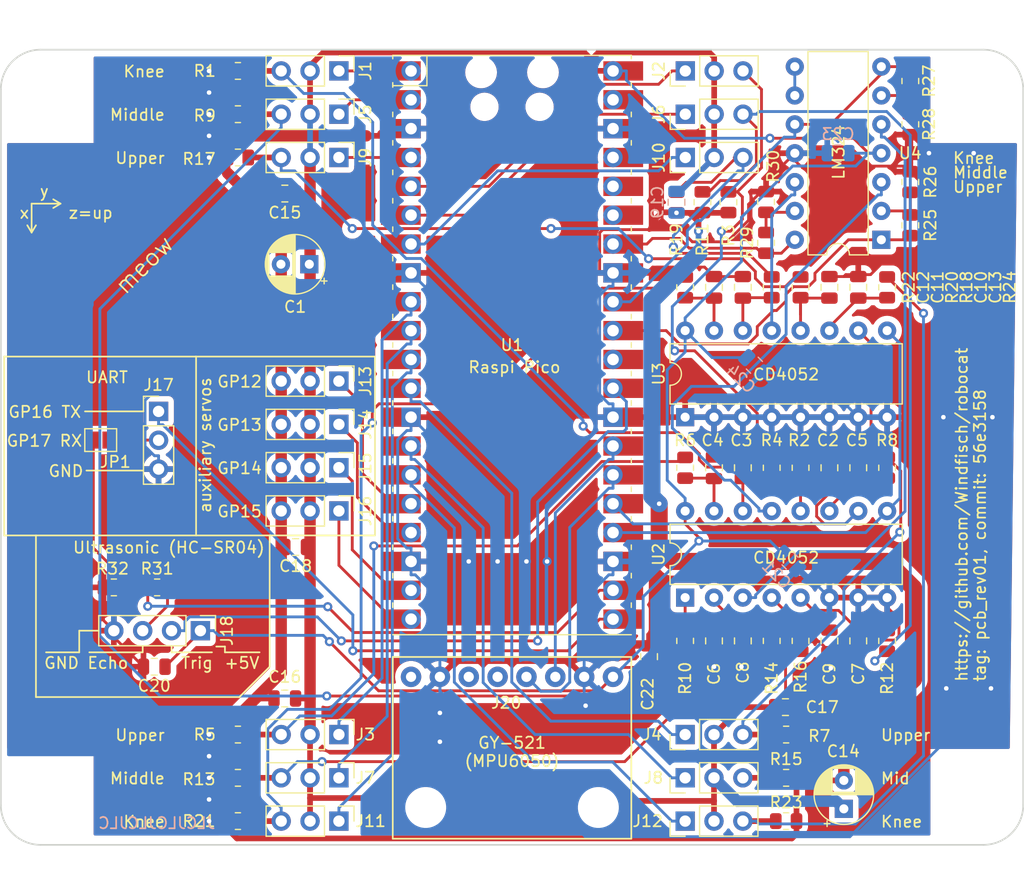
<source format=kicad_pcb>
(kicad_pcb (version 20240108) (generator "pcbnew") (generator_version "8.0")
  (layers (0 "F.Cu" signal) (31 "B.Cu" signal) (34 "B.Paste" user) (35 "F.Paste" user) (36 "B.SilkS" user "B.Silkscreen") (37 "F.SilkS" user "F.Silkscreen") (38 "B.Mask" user) (39 "F.Mask" user) (44 "Edge.Cuts" user))
  (net 0 "")
  (net 1 "+5VP")
  (net 2 "GNDPWR")
  (net 3 "Net-(U2-X0)")
  (net 4 "GND")
  (net 5 "Net-(U2-X1)")
  (net 6 "Net-(U2-X2)")
  (net 7 "Net-(U2-X3)")
  (net 8 "Net-(U2-Y0)")
  (net 9 "Net-(U2-Y1)")
  (net 10 "Net-(U2-Y2)")
  (net 11 "Net-(U2-Y3)")
  (net 12 "Net-(U3-X0)")
  (net 13 "Net-(U3-X1)")
  (net 14 "Net-(U3-X2)")
  (net 15 "Net-(U3-X3)")
  (net 16 "S0A")
  (net 17 "Net-(J1-Pin_3)")
  (net 18 "S1A")
  (net 19 "Net-(J2-Pin_3)")
  (net 20 "S2A")
  (net 21 "Net-(J3-Pin_3)")
  (net 22 "S3A")
  (net 23 "Net-(J4-Pin_3)")
  (net 24 "S0B")
  (net 25 "Net-(J5-Pin_3)")
  (net 26 "S1B")
  (net 27 "Net-(J6-Pin_3)")
  (net 28 "S2B")
  (net 29 "Net-(J7-Pin_3)")
  (net 30 "S3B")
  (net 31 "Net-(J8-Pin_3)")
  (net 32 "S0C")
  (net 33 "Net-(J9-Pin_3)")
  (net 34 "S1C")
  (net 35 "Net-(J10-Pin_3)")
  (net 36 "S2C")
  (net 37 "Net-(J11-Pin_3)")
  (net 38 "S3C")
  (net 39 "Net-(J12-Pin_3)")
  (net 40 "ext1")
  (net 41 "ext2")
  (net 42 "ext3")
  (net 43 "ext4")
  (net 44 "uart_tx")
  (net 45 "Net-(J17-Pin_2)")
  (net 46 "+5V")
  (net 47 "ultrason_trig")
  (net 48 "ultrason_echo")
  (net 49 "i2c_scl")
  (net 50 "i2c_sda")
  (net 54 "measureA")
  (net 55 "Net-(U4A--)")
  (net 56 "measureB")
  (net 57 "Net-(U4B--)")
  (net 58 "measureC")
  (net 59 "Net-(U4C--)")
  (net 60 "selectB")
  (net 61 "selectA")
  (net 67 "Net-(U2-Y)")
  (net 68 "Net-(U2-X)")
  (net 69 "Net-(U3-X)")
  (net 70 "Net-(U4D--)")
  (net 71 "Net-(J18-Pin_3)")
  (footprint "Connector_PinHeader_2.54mm:PinHeader_1x03_P2.54mm_Vertical" (layer "F.Cu") (at -15.24 3.175 -90)
    (property "Reference" "J13")
    (property "Value" "Conn_01x03_Pin")
  )
  (footprint "Package_DIP:DIP-16_W7.62mm" (layer "F.Cu") (at 15.24 6.35 90)
    (property "Reference" "U3")
    (property "Value" "4052")
  )
  (footprint "Resistor_SMD:R_0805_2012Metric" (layer "F.Cu") (at -24.13 -16.51 180)
    (property "Reference" "R17")
    (property "Value" "0.2-0.3")
  )
  (footprint "Capacitor_SMD:C_0805_2012Metric" (layer "F.Cu") (at 27.94 10.805 90)
    (property "Reference" "C2")
    (property "Value" "100n")
  )
  (footprint "Capacitor_SMD:C_0805_2012Metric" (layer "F.Cu") (at 17.78 10.805 90)
    (property "Reference" "C4")
    (property "Value" "100n")
  )
  (footprint "Capacitor_SMD:C_0805_2012Metric" (layer "F.Cu") (at -20 -13.335 180)
    (property "Reference" "C15")
    (property "Value" "C")
  )
  (footprint "Capacitor_THT:CP_Radial_D5.0mm_P2.50mm" (layer "F.Cu") (at 29.21 40.8291 90)
    (property "Reference" "C14")
    (property "Value" "100u")
  )
  (footprint "Resistor_SMD:R_0805_2012Metric" (layer "F.Cu") (at 25.4 10.805 -90)
    (property "Reference" "R2")
    (property "Value" "100k")
  )
  (footprint "Connector_PinHeader_2.54mm:PinHeader_1x03_P2.54mm_Vertical" (layer "F.Cu") (at -15.24 6.985 -90)
    (property "Reference" "J14")
    (property "Value" "Conn_01x03_Pin")
  )
  (footprint "MountingHole:MountingHole_3.2mm_M3" (layer "F.Cu") (at 41 40)
    (property "Reference" "Hole4" (hide yes))
    (property "Value" "MountingHole_3.2mm_M3" (hide yes))
  )
  (footprint "Resistor_SMD:R_0805_2012Metric" (layer "F.Cu") (at 22.362 -8.9935 90)
    (property "Reference" "R29")
    (property "Value" "100k")
  )
  (footprint "Connector_PinHeader_2.54mm:PinHeader_1x03_P2.54mm_Vertical" (layer "F.Cu") (at -15.24 10.795 -90)
    (property "Reference" "J15")
    (property "Value" "Conn_01x03_Pin")
  )
  (footprint "Connector_PinHeader_2.54mm:PinHeader_1x03_P2.54mm_Vertical" (layer "F.Cu") (at -15.24 38.1 -90)
    (property "Reference" "J7")
    (property "Value" "Conn_01x03_Pin")
  )
  (footprint "Capacitor_SMD:C_0805_2012Metric" (layer "F.Cu") (at 17.78 26.045 -90)
    (property "Reference" "C6")
    (property "Value" "100n")
  )
  (footprint "Connector_PinHeader_2.54mm:PinHeader_1x04_P2.54mm_Vertical" (layer "F.Cu") (at -27.432 25.146 -90)
    (property "Reference" "J18")
    (property "Value" "Conn_01x04_Pin")
  )
  (footprint "Connector_PinHeader_2.54mm:PinHeader_1x03_P2.54mm_Vertical" (layer "F.Cu") (at -15.24 -16.51 -90)
    (property "Reference" "J9")
    (property "Value" "Conn_01x03_Pin")
  )
  (footprint "Capacitor_SMD:C_0805_2012Metric" (layer "F.Cu") (at 30.48 -5.08 90)
    (property "Reference" "C13")
    (property "Value" "100n")
  )
  (footprint "Connector_PinHeader_2.54mm:PinHeader_1x03_P2.54mm_Vertical" (layer "F.Cu") (at -15.24 34.29 -90)
    (property "Reference" "J3")
    (property "Value" "Conn_01x03_Pin")
  )
  (footprint "Connector_PinHeader_2.54mm:PinHeader_1x03_P2.54mm_Vertical" (layer "F.Cu") (at 15.255 -20.32 90)
    (property "Reference" "J6")
    (property "Value" "Conn_01x03_Pin")
  )
  (footprint "Resistor_SMD:R_0805_2012Metric" (layer "F.Cu") (at -24.13 -24.13 180)
    (property "Reference" "R1")
    (property "Value" "0.2-0.3")
  )
  (footprint "Connector_PinHeader_2.54mm:PinHeader_1x03_P2.54mm_Vertical" (layer "F.Cu") (at 15.24 38.1 90)
    (property "Reference" "J8")
    (property "Value" "Conn_01x03_Pin")
  )
  (footprint "Connector_PinHeader_2.54mm:PinHeader_1x03_P2.54mm_Vertical" (layer "F.Cu") (at -15.24 -20.32 -90)
    (property "Reference" "J5")
    (property "Value" "Conn_01x03_Pin")
  )
  (footprint "Capacitor_SMD:C_0805_2012Metric" (layer "F.Cu") (at -19.05 17.78 180)
    (property "Reference" "C18")
    (property "Value" "C")
  )
  (footprint "Package_DIP:DIP-16_W7.62mm" (layer "F.Cu") (at 15.24 22.235 90)
    (property "Reference" "U2")
    (property "Value" "4052")
  )
  (footprint "Resistor_SMD:R_0805_2012Metric" (layer "F.Cu") (at -31.242 21.336 180)
    (property "Reference" "R31")
    (property "Value" "10k")
  )
  (footprint "Capacitor_SMD:C_0805_2012Metric" (layer "F.Cu") (at 30.48 10.805 90)
    (property "Reference" "C5")
    (property "Value" "100n")
  )
  (footprint "Resistor_SMD:R_0805_2012Metric" (layer "F.Cu") (at 15.24 10.805 -90)
    (property "Reference" "R6")
    (property "Value" "100k")
  )
  (footprint "Resistor_SMD:R_0805_2012Metric" (layer "F.Cu") (at 35.062 -14.351 90)
    (property "Reference" "R26")
    (property "Value" "10k")
  )
  (footprint "Resistor_SMD:R_0805_2012Metric" (layer "F.Cu") (at 14.478 -12.5495 -90)
    (property "Reference" "R19")
    (property "Value" "0.2-0.3")
  )
  (footprint "NetTie:NetTie-2_SMD_Pad0.5mm" (layer "F.Cu") (at -12.192 -18.415 180)
    (property "Reference" "NT3" (hide yes))
    (property "Value" "NetTie_2" (hide yes))
  )
  (footprint "Capacitor_SMD:C_0805_2012Metric" (layer "F.Cu") (at 20.32 10.805 90)
    (property "Reference" "C3")
    (property "Value" "100n")
  )
  (footprint "Resistor_SMD:R_0805_2012Metric" (layer "F.Cu") (at -24.13 38.1 180)
    (property "Reference" "R13")
    (property "Value" "0.2-0.3")
  )
  (footprint "MountingHole:MountingHole_3.2mm_M3" (layer "F.Cu") (at -41 -22)
    (property "Reference" "Hole1" (hide yes))
    (property "Value" "MountingHole_3.2mm_M3" (hide yes))
  )
  (footprint "Resistor_SMD:R_0805_2012Metric" (layer "F.Cu") (at -24.13 -20.32 180)
    (property "Reference" "R9")
    (property "Value" "0.2-0.3")
  )
  (footprint "Resistor_SMD:R_0805_2012Metric" (layer "F.Cu") (at 19.05 -12.573 -90)
    (property "Reference" "R3")
    (property "Value" "0.2-0.3")
  )
  (footprint "Capacitor_SMD:C_0805_2012Metric" (layer "F.Cu") (at 30.48 26.045 -90)
    (property "Reference" "C7")
    (property "Value" "100n")
  )
  (footprint "Resistor_SMD:R_0805_2012Metric" (layer "F.Cu") (at 22.86 -5.08 -90)
    (property "Reference" "R20")
    (property "Value" "100k")
  )
  (footprint "Resistor_SMD:R_0805_2012Metric" (layer "F.Cu") (at 22.86 26.045 90)
    (property "Reference" "R14")
    (property "Value" "100k")
  )
  (footprint "Resistor_SMD:R_0805_2012Metric" (layer "F.Cu") (at 16.764 -12.573 -90)
    (property "Reference" "R11")
    (property "Value" "0.2-0.3")
  )
  (footprint "Connector_PinHeader_2.54mm:PinHeader_1x03_P2.54mm_Vertical" (layer "F.Cu") (at 15.24 41.91 90)
    (property "Reference" "J12")
    (property "Value" "Conn_01x03_Pin")
  )
  (footprint "Resistor_SMD:R_0805_2012Metric" (layer "F.Cu") (at 25.4 -5.08 -90)
    (property "Reference" "R18")
    (property "Value" "100k")
  )
  (footprint "Capacitor_SMD:C_0805_2012Metric" (layer "F.Cu") (at 27.94 26.045 -90)
    (property "Reference" "C9")
    (property "Value" "100n")
  )
  (footprint "Capacitor_SMD:C_0805_2012Metric" (layer "F.Cu") (at -31.496 28.321 180)
    (property "Reference" "C20")
    (property "Value" "C")
  )
  (footprint "Resistor_SMD:R_0805_2012Metric" (layer "F.Cu") (at 24.13 38.1)
    (property "Reference" "R15")
    (property "Value" "0.2-0.3")
  )
  (footprint "MCU_RaspberryPi_and_Boards:RPi_Pico_SMD_TH" (layer "F.Cu") (at 0 0)
    (property "Reference" "U1")
    (property "Value" "Pico")
  )
  (footprint "Capacitor_THT:CP_Radial_D5.0mm_P2.50mm" (layer "F.Cu") (at -17.8449 -7.112 180)
    (property "Reference" "C1")
    (property "Value" "100u")
  )
  (footprint "Capacitor_SMD:C_0805_2012Metric" (layer "F.Cu") (at -20.005 31.115 180)
    (property "Reference" "C16")
    (property "Value" "C")
  )
  (footprint "Capacitor_SMD:C_0805_2012Metric" (layer "F.Cu") (at 12.065 27.432 90)
    (property "Reference" "C22")
    (property "Value" "C")
  )
  (footprint "Capacitor_SMD:C_0805_2012Metric" (layer "F.Cu") (at 27.94 -5.08 90)
    (property "Reference" "C10")
    (property "Value" "100n")
  )
  (footprint "Resistor_SMD:R_0805_2012Metric" (layer "F.Cu") (at 35.062 -23.241 -90)
    (property "Reference" "R27")
    (property "Value" "100k")
  )
  (footprint "Package_DIP:DIP-14_W7.62mm" (layer "F.Cu") (at 32.512 -9.266 180)
    (property "Reference" "U4")
    (property "Value" "LM324")
  )
  (footprint "Connector_PinHeader_2.54mm:PinHeader_1x03_P2.54mm_Vertical" (layer "F.Cu") (at -15.24 41.91 -90)
    (property "Reference" "J11")
    (property "Value" "Conn_01x03_Pin")
  )
  (footprint "Connector_PinHeader_2.54mm:PinHeader_1x03_P2.54mm_Vertical" (layer "F.Cu") (at 15.24 34.29 90)
    (property "Reference" "J4")
    (property "Value" "Conn_01x03_Pin")
  )
  (footprint "Resistor_SMD:R_0805_2012Metric" (layer "F.Cu") (at 22.362 -12.5965 90)
    (property "Reference" "R30")
    (property "Value" "10k")
  )
  (footprint "Resistor_SMD:R_0805_2012Metric" (layer "F.Cu") (at 24.13 34.29)
    (property "Reference" "R7")
    (property "Value" "0.2-0.3")
  )
  (footprint "Resistor_SMD:R_0805_2012Metric" (layer "F.Cu") (at 33.02 -5.08 -90)
    (property "Reference" "R24")
    (property "Value" "100k")
  )
  (footprint "Capacitor_SMD:C_0805_2012Metric" (layer "F.Cu") (at 20.32 -5.08 90)
    (property "Reference" "C11")
    (property "Value" "100n")
  )
  (footprint "Jumper:SolderJumper-2_P1.3mm_Open_Pad1.0x1.5mm" (layer "F.Cu") (at -36.21 8.367)
    (property "Reference" "JP1")
    (property "Value" "SolderJumper_2_Open")
  )
  (footprint "Resistor_SMD:R_0805_2012Metric" (layer "F.Cu") (at -24.13 34.29 180)
    (property "Reference" "R5")
    (property "Value" "0.2-0.3")
  )
  (footprint "NetTie:NetTie-2_SMD_Pad0.5mm" (layer "F.Cu") (at 6.985 -24.638 90)
    (property "Reference" "NT1" (hide yes))
    (property "Value" "NetTie_2" (hide yes))
  )
  (footprint "Resistor_SMD:R_0805_2012Metric" (layer "F.Cu") (at -24.13 41.91 180)
    (property "Reference" "R21")
    (property "Value" "0.2-0.3")
  )
  (footprint "Connector_PinHeader_2.54mm:PinHeader_1x03_P2.54mm_Vertical" (layer "F.Cu") (at 15.255 -24.13 90)
    (property "Reference" "J2")
    (property "Value" "Conn_01x03_Pin")
  )
  (footprint "Connector_PinHeader_2.54mm:PinHeader_1x03_P2.54mm_Vertical" (layer "F.Cu") (at -15.24 -24.13 -90)
    (property "Reference" "J1")
    (property "Value" "Conn_01x03_Pin")
  )
  (footprint "Connector_PinHeader_2.54mm:PinHeader_1x03_P2.54mm_Vertical" (layer "F.Cu") (at -15.24 14.605 -90)
    (property "Reference" "J16")
    (property "Value" "Conn_01x03_Pin")
  )
  (footprint "Connector_PinHeader_2.54mm:PinHeader_1x03_P2.54mm_Vertical" (layer "F.Cu") (at 15.255 -16.51 90)
    (property "Reference" "J10")
    (property "Value" "Conn_01x03_Pin")
  )
  (footprint "Resistor_SMD:R_0805_2012Metric" (layer "F.Cu") (at 15.24 26.045 90)
    (property "Reference" "R10")
    (property "Value" "100k")
  )
  (footprint "Resistor_SMD:R_0805_2012Metric" (layer "F.Cu") (at 33.02 26.045 90)
    (property "Reference" "R12")
    (property "Value" "100k")
  )
  (footprint "Connector_PinHeader_2.54mm:PinHeader_1x03_P2.54mm_Vertical" (layer "F.Cu") (at -31.115 5.842)
    (property "Reference" "J17")
    (property "Value" "Conn_01x03_Pin")
  )
  (footprint "Resistor_SMD:R_0805_2012Metric" (layer "F.Cu") (at 15.24 -5.08 -90)
    (property "Reference" "R22")
    (property "Value" "100k")
  )
  (footprint "Capacitor_SMD:C_0805_2012Metric" (layer "F.Cu") (at 24.069 31.877)
    (property "Reference" "C17")
    (property "Value" "C")
  )
  (footprint "Resistor_SMD:R_0805_2012Metric" (layer "F.Cu") (at 24.13 41.91)
    (property "Reference" "R23")
    (property "Value" "0.2-0.3")
  )
  (footprint "Resistor_SMD:R_0805_2012Metric" (layer "F.Cu") (at 22.86 10.805 -90)
    (property "Reference" "R4")
    (property "Value" "100k")
  )
  (footprint "stuff:GY-521" (layer "F.Cu") (at 0 35.46 180)
    (property "Reference" "J20")
    (property "Value" "Conn_01x08_Socket")
  )
  (footprint "Resistor_SMD:R_0805_2012Metric" (layer "F.Cu") (at 33.02 10.805 -90)
    (property "Reference" "R8")
    (property "Value" "100k")
  )
  (footprint "Capacitor_SMD:C_0805_2012Metric" (layer "F.Cu") (at 20.32 26.045 -90)
    (property "Reference" "C8")
    (property "Value" "100n")
  )
  (footprint "Resistor_SMD:R_0805_2012Metric" (layer "F.Cu") (at -35.052 21.336 180)
    (property "Reference" "R32")
    (property "Value" "22k")
  )
  (footprint "NetTie:NetTie-2_SMD_Pad0.5mm" (layer "F.Cu") (at 13.708 -11.684)
    (property "Reference" "NT2" (hide yes))
    (property "Value" "NetTie_2" (hide yes))
  )
  (footprint "Capacitor_SMD:C_0805_2012Metric" (layer "F.Cu") (at 17.78 -5.08 90)
    (property "Reference" "C12")
    (property "Value" "100n")
  )
  (footprint "Resistor_SMD:R_0805_2012Metric" (layer "F.Cu") (at 35.062 -10.541 90)
    (property "Reference" "R25")
    (property "Value" "100k")
  )
  (footprint "Resistor_SMD:R_0805_2012Metric" (layer "F.Cu") (at 25.4 26.045 90)
    (property "Reference" "R16")
    (property "Value" "100k")
  )
  (footprint "MountingHole:MountingHole_3.2mm_M3" (layer "F.Cu") (at 41 -22)
    (property "Reference" "Hole2" (hide yes))
    (property "Value" "MountingHole_3.2mm_M3" (hide yes))
  )
  (footprint "MountingHole:MountingHole_3.2mm_M3" (layer "F.Cu") (at -41 40)
    (property "Reference" "Hole3" (hide yes))
    (property "Value" "MountingHole_3.2mm_M3" (hide yes))
  )
  (footprint "Resistor_SMD:R_0805_2012Metric" (layer "F.Cu") (at 35.062 -19.431 -90)
    (property "Reference" "R28")
    (property "Value" "10k")
  )
  (footprint "Capacitor_SMD:C_0805_2012Metric" (layer "B.Cu") (at 28.702 -16.891 180)
    (property "Reference" "C23")
    (property "Value" "C")
  )
  (footprint "Capacitor_SMD:C_0805_2012Metric" (layer "B.Cu") (at 21.336 1.778 -45)
    (property "Reference" "C24")
    (property "Value" "C")
  )
  (footprint "Capacitor_SMD:C_0805_2012Metric" (layer "B.Cu") (at 14.478 -12.573 -90)
    (property "Reference" "C19")
    (property "Value" "C")
  )
  (footprint "Capacitor_SMD:C_0805_2012Metric" (layer "B.Cu") (at 24.474249 19.013249 -45)
    (property "Reference" "C21")
    (property "Value" "C")
  )
  (gr_line (start -42.291 -12.446) (end -42.291 -9.906) (stroke (width 0.15)) (layer "F.SilkS"))
  (gr_line (start -42.291 -9.906) (end -42.672 -10.541) (stroke (width 0.15)) (layer "F.SilkS"))
  (gr_line (start -21.336 28.321) (end -24.003 30.988) (stroke (width 0.15)) (layer "F.SilkS"))
  (gr_line (start -39.751 -12.446) (end -40.386 -12.827) (stroke (width 0.15)) (layer "F.SilkS"))
  (gr_line (start -29.972 27.051) (end -26.416 27.051) (stroke (width 0.15)) (layer "F.SilkS"))
  (gr_line (start -37.592 5.842) (end -32.445 5.842) (stroke (width 0.15)) (layer "F.SilkS"))
  (gr_line (start -37.465 11.049) (end -32.512 11.049) (stroke (width 0.15)) (layer "F.SilkS"))
  (gr_line (start -44.704 16.764) (end -41.91 16.764) (stroke (width 0.15)) (layer "F.SilkS"))
  (gr_line (start -21.336 16.764) (end -21.336 28.321) (stroke (width 0.15)) (layer "F.SilkS"))
  (gr_line (start -44.704 1.016) (end -44.704 16.764) (stroke (width 0.15)) (layer "F.SilkS"))
  (gr_line (start -32.512 26.543) (end -32.512 27.051) (stroke (width 0.15)) (layer "F.SilkS"))
  (gr_line (start -29.972 26.543) (end -29.972 27.051) (stroke (width 0.15)) (layer "F.SilkS"))
  (gr_line (start -38.1 27.051) (end -38.1 25.146) (stroke (width 0.15)) (layer "F.SilkS"))
  (gr_line (start -41.91 16.764) (end -27.813 16.764) (stroke (width 0.15)) (layer "F.SilkS"))
  (gr_line (start -38.1 25.146) (end -36.382 25.146) (stroke (width 0.15)) (layer "F.SilkS"))
  (gr_line (start -24.003 30.988) (end -41.91 30.988) (stroke (width 0.15)) (layer "F.SilkS"))
  (gr_line (start -41.91 30.988) (end -41.91 16.764) (stroke (width 0.15)) (layer "F.SilkS"))
  (gr_line (start -26.035 26.543) (end -25.273 26.543) (stroke (width 0.15)) (layer "F.SilkS"))
  (gr_rect (start -27.813 1.016) (end -12.065 16.764) (stroke (width 0.15)) (fill none) (layer "F.SilkS"))
  (gr_line (start -25.273 27.051) (end -22.225 27.051) (stroke (width 0.15)) (layer "F.SilkS"))
  (gr_line (start -42.291 -12.446) (end -39.751 -12.446) (stroke (width 0.15)) (layer "F.SilkS"))
  (gr_line (start -32.512 27.051) (end -37.211 27.051) (stroke (width 0.15)) (layer "F.SilkS"))
  (gr_line (start -42.291 -9.906) (end -41.91 -10.541) (stroke (width 0.15)) (layer "F.SilkS"))
  (gr_line (start -25.273 26.543) (end -25.273 27.051) (stroke (width 0.15)) (layer "F.SilkS"))
  (gr_line (start -41.021 27.051) (end -38.1 27.051) (stroke (width 0.15)) (layer "F.SilkS"))
  (gr_line (start -27.813 1.016) (end -44.704 1.016) (stroke (width 0.15)) (layer "F.SilkS"))
  (gr_line (start -39.751 -12.446) (end -40.386 -12.065) (stroke (width 0.15)) (layer "F.SilkS"))
  (gr_line (start 45 -22.5) (end 45 40.5) (stroke (width 0.15)) (layer "Edge.Cuts"))
  (gr_line (start 41.5 44) (end -41.5 44) (stroke (width 0.15)) (layer "Edge.Cuts"))
  (gr_line (start -45 40.5) (end -45 -22.5) (stroke (width 0.15)) (layer "Edge.Cuts"))
  (gr_arc (start 45 40.5) (mid 43.974874 42.974874) (end 41.5 44) (stroke (width 0.15)) (layer "Edge.Cuts"))
  (gr_arc (start -41.5 44) (mid -43.974874 42.974874) (end -45 40.5) (stroke (width 0.15)) (layer "Edge.Cuts"))
  (gr_arc (start 41.5 -26) (mid 43.974874 -24.974874) (end 45 -22.5) (stroke (width 0.15)) (layer "Edge.Cuts"))
  (gr_arc (start -45 -22.5) (mid -43.974874 -24.974874) (end -41.5 -26) (stroke (width 0.15)) (layer "Edge.Cuts"))
  (gr_line (start -41.5 -26) (end 41.5 -26) (stroke (width 0.15)) (layer "Edge.Cuts"))
  (gr_text "JLCJLCJLCJLC" (at -26.035 42.672 -0) (layer "B.SilkS") (effects (font (size 1 1)) (justify left bottom mirror)))
  (gr_text "z=up" (at -39.116 -11.049 0) (layer "F.SilkS") (effects (font (size 1 1)) (justify left bottom)))
  (gr_text "Upper" (at -30.48 34.925 0) (layer "F.SilkS") (effects (font (size 1 1)) (justify right bottom)))
  (gr_text "Knee" (at -30.48 42.545 0) (layer "F.SilkS") (effects (font (size 1 1)) (justify right bottom)))
  (gr_text "GP12" (at -26.035 3.81 0) (layer "F.SilkS") (effects (font (size 1 1)) (justify left bottom)))
  (gr_text "Knee" (at 38.735 -15.875 0) (layer "F.SilkS") (effects (font (size 1 1)) (justify left bottom)))
  (gr_text "Middle" (at -30.48 38.735 0) (layer "F.SilkS") (effects (font (size 1 1)) (justify right bottom)))
  (gr_text "y" (at -41.656 -12.954 0) (layer "F.SilkS") (effects (font (size 1 1)) (justify left bottom)))
  (gr_text "+5V" (at -25.4 28.575 0) (layer "F.SilkS") (effects (font (size 1 1)) (justify left bottom)))
  (gr_text "Trig" (at -29.21 28.575 0) (layer "F.SilkS") (effects (font (size 1 1)) (justify left bottom)))
  (gr_text "Middle" (at -30.48 -19.685 0) (layer "F.SilkS") (effects (font (size 1 1)) (justify right bottom)))
  (gr_text "CD4052" (at 24.13 3.175 0) (layer "F.SilkS") (effects (font (size 1 1)) (justify bottom)))
  (gr_text "Ultrasonic (HC-SR04)" (at -38.735 18.415 0) (layer "F.SilkS") (effects (font (size 1 1)) (justify left bottom)))
  (gr_text "UART" (at -37.592 3.429 0) (layer "F.SilkS") (effects (font (size 1 1)) (justify left bottom)))
  (gr_text "GP15" (at -26.035 15.24 0) (layer "F.SilkS") (effects (font (size 1 1)) (justify left bottom)))
  (gr_text "LM324" (at 29.337 -14.478 90) (layer "F.SilkS") (effects (font (size 1 1)) (justify left bottom)))
  (gr_text "Knee" (at 32.385 42.545 0) (layer "F.SilkS") (effects (font (size 1 1)) (justify left bottom)))
  (gr_text "meow" (at -34.036 -4.191 45) (layer "F.SilkS") (effects (font (size 1.5 1.5)) (justify left bottom)))
  (gr_text "Raspi Pico" (at -3.937 2.54 0) (layer "F.SilkS") (effects (font (size 1 1)) (justify left bottom)))
  (gr_text "GP17 RX" (at -44.577 9.017 0) (layer "F.SilkS") (effects (font (size 1 1)) (justify left bottom)))
  (gr_text "https://github.com/Windfisch/robocat\ntag: pcb_rev01, commit: 56e3158" (at 41.783 29.718 90) (layer "F.SilkS") (effects (font (size 1 1)) (justify left bottom)))
  (gr_text "Middle" (at 38.735 -14.605 0) (layer "F.SilkS") (effects (font (size 1 1)) (justify left bottom)))
  (gr_text "Knee" (at -30.48 -23.495 0) (layer "F.SilkS") (effects (font (size 1 1)) (justify right bottom)))
  (gr_text "Echo" (at -37.465 28.575 0) (layer "F.SilkS") (effects (font (size 1 1)) (justify left bottom)))
  (gr_text "Upper" (at -30.48 -15.875 0) (layer "F.SilkS") (effects (font (size 1 1)) (justify right bottom)))
  (gr_text "GP16 TX" (at -37.846 6.477 0) (layer "F.SilkS") (effects (font (size 1 1)) (justify right bottom)))
  (gr_text "auxiliary servos" (at -26.416 14.859 90) (layer "F.SilkS") (effects (font (size 1 1)) (justify left bottom)))
  (gr_text "GP14" (at -26.035 11.43 0) (layer "F.SilkS") (effects (font (size 1 1)) (justify left bottom)))
  (gr_text "GP13" (at -26.035 7.62 0) (layer "F.SilkS") (effects (font (size 1 1)) (justify left bottom)))
  (gr_text "GY-521\n(MPU6050)" (at 0 37.211 0) (layer "F.SilkS") (effects (font (size 1 1)) (justify bottom)))
  (gr_text "GND" (at -41.275 28.575 0) (layer "F.SilkS") (effects (font (size 1 1)) (justify left bottom)))
  (gr_text "Upper" (at 32.385 34.925 0) (layer "F.SilkS") (effects (font (size 1 1)) (justify left bottom)))
  (gr_text "CD4052" (at 24.13 19.304 0) (layer "F.SilkS") (effects (font (size 1 1)) (justify bottom)))
  (gr_text "Mid" (at 32.385 38.735 0) (layer "F.SilkS") (effects (font (size 1 1)) (justify left bottom)))
  (gr_text "x" (at -43.434 -11.049 0) (layer "F.SilkS") (effects (font (size 1 1)) (justify left bottom)))
  (gr_text "Upper" (at 38.735 -13.335 0) (layer "F.SilkS") (effects (font (size 1 1)) (justify left bottom)))
  (gr_text "GND" (at -40.894 11.684 0) (layer "F.SilkS") (effects (font (size 1 1)) (justify left bottom)))
  (segment (start -17.8449 -6.7324) (end -17.8449 -7.112) (width 0.5) (layer "F.Cu") (net 1))
  (segment (start -17.78 38.1) (end -17.78 39.37) (width 0.5) (layer "F.Cu") (net 1))
  (segment (start -17.78 3.175) (end -17.78 6.985) (width 1) (layer "F.Cu") (net 1))
  (segment (start -19.055 31.115) (end -17.78 31.115) (width 0.5) (layer "F.Cu") (net 1))
  (segment (start -17.78 41.91) (end -17.78 39.878) (width 0.5) (layer "F.Cu") (net 1))
  (segment (start -17.78 -24.13) (end -17.78 -20.32) (width 0.5) (layer "F.Cu") (net 1))
  (segment (start -17.78 -6.6675) (end -17.78 3.175) (width 1) (layer "F.Cu") (net 1))
  (segment (start 10.414 40.132) (end 17.78 40.132) (width 0.5) (layer "F.Cu") (net 1))
  (segment (start 7.597 -25.75) (end 17.3771 -25.75) (width 0.5) (layer "F.Cu") (net 1))
  (segment (start -17.78 39.878) (end -17.78 39.37) (width 0.5) (layer "F.Cu") (net 1))
  (segment (start -17.78 -6.6675) (end -17.8449 -6.7324) (width 0.5) (layer "F.Cu") (net 1))
  (segment (start 17.78 41.91) (end 17.78 40.132) (width 0.5) (layer "F.Cu") (net 1))
  (segment (start 17.795 -24.13) (end 17.795 -20.32) (width 0.5) (layer "F.Cu") (net 1))
  (segment (start -9.6671 39.878) (end -8.4491 38.66) (width 0.5) (layer "F.Cu") (net 1))
  (segment (start 23.119 31.877) (end 20.193 31.877) (width 0.5) (layer "F.Cu") (net 1))
  (segment (start 17.3771 -25.75) (end 17.795 -25.3321) (width 0.5) (layer "F.Cu") (net 1))
  (segment (start 6.985 -25.138) (end 6.373 -25.75) (width 0.5) (layer "F.Cu") (net 1))
  (segment (start -17.78 -16.51) (end -17.78 -13.335) (width 1) (layer "F.Cu") (net 1))
  (segment (start -17.78 34.29) (end -17.78 38.1) (width 0.5) (layer "F.Cu") (net 1))
  (segment (start 20.193 31.877) (end 17.78 34.29) (width 0.5) (layer "F.Cu") (net 1))
  (segment (start 6.373 -25.75) (end -16.62 -25.75) (width 0.5) (layer "F.Cu") (net 1))
  (segment (start -17.78 39.878) (end -9.6671 39.878) (width 0.5) (layer "F.Cu") (net 1))
  (segment (start -8.4491 38.66) (end 8.942 38.66) (width 0.5) (layer "F.Cu") (net 1))
  (segment (start -19.05 -13.335) (end -17.78 -13.335) (width 0.5) (layer "F.Cu") (net 1))
  (segment (start 17.78 38.1) (end 17.78 34.29) (width 0.5) (layer "F.Cu") (net 1))
  (segment (start 17.795 -25.3321) (end 17.795 -24.13) (width 0.5) (layer "F.Cu") (net 1))
  (segment (start 8.942 38.66) (end 10.414 40.132) (width 0.5) (layer "F.Cu") (net 1))
  (segment (start -17.78 39.37) (end -17.78 38.1) (width 0.5) (layer "F.Cu") (net 1))
  (segment (start -17.78 31.115) (end -17.78 34.29) (width 1) (layer "F.Cu") (net 1))
  (segment (start 6.985 -25.138) (end 7.597 -25.75) (width 0.5) (layer "F.Cu") (net 1))
  (segment (start -17.78 10.795) (end -17.78 14.605) (width 1) (layer "F.Cu") (net 1))
  (segment (start 17.78 40.132) (end 17.78 38.1) (width 0.5) (layer "F.Cu") (net 1))
  (segment (start 17.795 -20.32) (end 17.795 -16.51) (width 0.5) (layer "F.Cu") (net 1))
  (segment (start -17.78 -13.335) (end -17.78 -6.6675) (width 1) (layer "F.Cu") (net 1))
  (segment (start -17.78 14.605) (end -17.78 31.115) (width 1) (layer "F.Cu") (net 1))
  (segment (start -16.62 -25.75) (end -17.78 -24.59) (width 0.5) (layer "F.Cu") (net 1))
  (segment (start -17.78 -24.59) (end -17.78 -24.13) (width 0.5) (layer "F.Cu") (net 1))
  (segment (start -17.78 6.985) (end -17.78 10.795) (width 1) (layer "F.Cu") (net 1))
  (segment (start 28.7909 40.41) (end 29.21 40.8291) (width 0.5) (layer "B.Cu") (net 1))
  (segment (start -17.78 -20.32) (end -17.78 -16.51) (width 0.5) (layer "B.Cu") (net 1))
  (segment (start 28.5409 40.16) (end 29.21 40.8291) (width 1) (layer "B.Cu") (net 1))
  (segment (start 19.84 40.16) (end 28.5409 40.16) (width 1) (layer "B.Cu") (net 1))
  (segment (start 14.808 -13.523) (end 17.795 -16.51) (width 0.5) (layer "B.Cu") (net 1))
  (segment (start 14.478 -13.523) (end 14.808 -13.523) (width 0.5) (layer "B.Cu") (net 1))
  (segment (start 17.78 38.1) (end 19.84 40.16) (width 1) (layer "B.Cu") (net 1))
  (segment (start 25.0425 41.91) (end 25.0425 38.1) (width 0.5) (layer "F.Cu") (net 2))
  (segment (start -25.0425 -20.32) (end -25.0425 -22.225) (width 0.5) (layer "F.Cu") (net 2))
  (segment (start 16.7523 -11.637) (end 19.0265 -11.637) (width 0.5) (layer "F.Cu") (net 2))
  (segment (start -20.32 6.985) (end -20.32 3.175) (width 1) (layer "F.Cu") (net 2))
  (segment (start -25.0425 41.91) (end -26.67 41.91) (width 0.5) (layer "F.Cu") (net 2))
  (segment (start 16.764 -11.6487) (end 16.764 -11.6605) (width 0.5) (layer "F.Cu") (net 2))
  (segment (start 14.097 19.05) (end 12.954 17.907) (width 1.5) (layer "F.Cu") (net 2))
  (segment (start -12.827 -18.415) (end -25.0425 -18.415) (width 1) (layer "F.Cu") (net 2))
  (segment (start -23.0505 -13.1445) (end -25.0425 -15.1365) (width 1) (layer "F.Cu") (net 2))
  (segment (start -24.2185 43.434) (end 24.638 43.434) (width 0.5) (layer "F.Cu") (net 2))
  (segment (start -22.225 31.115) (end -22.39625 30.94375) (width 0.5) (layer "F.Cu") (net 2))
  (segment (start 25.019 34.2665) (end 25.0425 34.29) (width 0.5) (layer "F.Cu") (net 2))
  (segment (start 15.6152 -11.637) (end 16.4161 -10.8361) (width 0.5) (layer "F.Cu") (net 2))
  (segment (start 30.48 34.29) (end 35.3385 29.4315) (width 1.5) (layer "F.Cu") (net 2))
  (segment (start -25.0425 33.59) (end -22.39625 30.94375) (width 1) (layer "F.Cu") (net 2))
  (segment (start -25.0425 42.61) (end -24.2185 43.434) (width 0.5) (layer "F.Cu") (net 2))
  (segment (start -20.32 -10.414) (end -23.0505 -13.1445) (width 1) (layer "F.Cu") (net 2))
  (segment (start -25.0425 -18.415) (end -26.67 -18.415) (width 0.5) (layer "F.Cu") (net 2))
  (segment (start -20.32 14.605) (end -20.32 10.795) (width 1) (layer "F.Cu") (net 2))
  (segment (start 25.019 31.877) (end 25.019 34.2665) (width 0.5) (layer "F.Cu") (net 2))
  (segment (start 16.4161 -10.8361) (end 16.4161 -10.0257) (width 0.5) (layer "F.Cu") (net 2))
  (segment (start -25.0425 41.91) (end -25.0425 40.005) (width 0.5) (layer "F.Cu") (net 2))
  (segment (start 25.0425 34.29) (end 26.035 34.29) (width 0.5) (layer "F.Cu") (net 2))
  (segment (start 16.7523 -11.637) (end 16.764 -11.6487) (width 0.5) (layer "F.Cu") (net 2))
  (segment (start -25.0425 -15.1365) (end -25.0425 -16.51) (width 0.5) (layer "F.Cu") (net 2))
  (segment (start 29.21 38.3291) (end 29.21 34.29) (width 1) (layer "F.Cu") (net 2))
  (segment (start -25.0425 -22.225) (end -26.67 -22.225) (width 0.5) (layer "F.Cu") (net 2))
  (segment (start -25.0425 38.1) (end -26.67 38.1) (width 0.5) (layer "F.Cu") (net 2))
  (segment (start -25.0425 -16.51) (end -26.67 -16.51) (width 0.5) (layer "F.Cu") (net 2))
  (segment (start -20.32 -3.6195) (end -20.32 -10.414) (width 1) (layer "F.Cu") (net 2))
  (segment (start -20.32 10.795) (end -20.32 6.985) (width 1) (layer "F.Cu") (net 2))
  (segment (start -25.0425 38.1) (end -25.0425 36.195) (width 0.5) (layer "F.Cu") (net 2))
  (segment (start -25.0425 41.91) (end -25.0425 42.61) (width 0.5) (layer "F.Cu") (net 2))
  (segment (start 14.255 -11.637) (end 14.478 -11.637) (width 0.5) (layer "F.Cu") (net 2))
  (segment (start -20.32 28.8675) (end -20.32 14.605) (width 1) (layer "F.Cu") (net 2))
  (segment (start -25.0425 -24.13) (end -26.67 -24.13) (width 0.5) (layer "F.Cu") (net 2))
  (segment (start 25.2716 38.3291) (end 25.0425 38.1) (width 0.5) (layer "F.Cu") (net 2))
  (segment (start -20.32 -3.6195) (end -20.3449 -3.6444) (width 0.5) (layer "F.Cu") (net 2))
  (segment (start -20.32 3.175) (end -20.32 -3.6195) (width 1) (layer "F.Cu") (net 2))
  (segment (start 35.3385 29.4315) (end 35.3385 21.3685) (width 1.5) (layer "F.Cu") (net 2))
  (segment (start 24.638 43.434) (end 25.0425 43.0295) (width 0.5) (layer "F.Cu") (net 2))
  (segment (start 14.208 -11.684) (end 14.255 -11.637) (width 0.5) (layer "F.Cu") (net 2))
  (segment (start 25.0425 38.1) (end 25.0425 34.29) (width 0.5) (layer "F.Cu") (net 2))
  (segment (start 35.3385 21.3685) (end 33.02 19.05) (width 1.5) (layer "F.Cu") (net 2))
  (segment (start -25.0425 40.005) (end -26.67 40.005) (width 0.5) (layer "F.Cu") (net 2))
  (segment (start -25.0425 36.195) (end -25.0425 34.29) (width 0.5) (layer "F.Cu") (net 2))
  (segment (start -20.3449 -3.6444) (end -20.3449 -7.112) (width 0.5) (layer "F.Cu") (net 2))
  (segment (start 29.21 34.29) (end 30.48 34.29) (width 1.5) (layer "F.Cu") (net 2))
  (segment (start 26.035 34.29) (end 29.21 34.29) (width 1.5) (layer "F.Cu") (net 2))
  (segment (start -25.0425 36.195) (end -26.67 36.195) (width 0.5) (layer "F.Cu") (net 2))
  (segment (start -25.0425 40.005) (end -25.0425 38.1) (width 0.5) (layer "F.Cu") (net 2))
  (segment (start -22.39625 30.94375) (end -20.32 28.8675) (width 1) (layer "F.Cu") (net 2))
  (segment (start 25.0425 43.0295) (end 25.0425 41.91) (width 0.5) (layer "F.Cu") (net 2))
  (segment (start -22.86 -13.335) (end -23.0505 -13.1445) (width 0.5) (layer "F.Cu") (net 2))
  (segment (start -25.0425 -20.32) (end -26.67 -20.32) (width 0.5) (layer "F.Cu") (net 2))
  (segment (start 12.954 17.907) (end 12.954 13.97) (width 1.5) (layer "F.Cu") (net 2))
  (segment (start -25.0425 -18.415) (end -25.0425 -20.32) (width 0.5) (layer "F.Cu") (net 2))
  (segment (start 19.0265 -11.637) (end 19.05 -11.6605) (width 0.5) (layer "F.Cu") (net 2))
  (segment (start -20.955 31.115) (end -22.225 31.115) (width 0.5) (layer "F.Cu") (net 2))
  (segment (start 29.21 38.3291) (end 25.2716 38.3291) (width 0.5) (layer "F.Cu") (net 2))
  (segment (start -25.0425 34.29) (end -25.0425 33.59) (width 0.5) (layer "F.Cu") (net 2))
  (segment (start -25.0425 -22.225) (end -25.0425 -24.13) (width 0.5) (layer "F.Cu") (net 2))
  (segment (start -25.0425 -16.51) (end -25.0425 -18.415) (width 0.5) (layer "F.Cu") (net 2))
  (segment (start 15.6152 -11.637) (end 16.7523 -11.637) (width 0.5) (layer "F.Cu") (net 2))
  (segment (start -25.0425 34.29) (end -26.67 34.29) (width 0.5) (layer "F.Cu") (net 2))
  (segment (start 33.02 19.05) (end 14.097 19.05) (width 1.5) (layer "F.Cu") (net 2))
  (segment (start 14.478 -11.637) (end 15.6152 -11.637) (width 0.5) (layer "F.Cu") (net 2))
  (segment (start -20.95 -13.335) (end -22.86 -13.335) (width 0.5) (layer "F.Cu") (net 2))
  (via (at -26.67 40.005) (size 0.8) (drill 0.4) (layers "F.Cu" "B.Cu") (net 2))
  (via (at 14.478 -11.637) (size 0.8) (drill 0.4) (layers "F.Cu" "B.Cu") (net 2))
  (via (at -26.67 -22.225) (size 0.8) (drill 0.4) (layers "F.Cu" "B.Cu") (net 2))
  (via (at 12.954 13.97) (size 0.8) (drill 0.4) (layers "F.Cu" "B.Cu") (net 2))
  (via (at -26.67 -16.51) (size 0.8) (drill 0.4) (layers "F.Cu" "B.Cu") (net 2))
  (via (at -26.67 -24.13) (size 0.8) (drill 0.4) (layers "F.Cu" "B.Cu") (net 2))
  (via (at -26.67 41.91) (size 0.8) (drill 0.4) (layers "F.Cu" "B.Cu") (net 2))
  (via (at -26.67 38.1) (size 0.8) (drill 0.4) (layers "F.Cu" "B.Cu") (net 2))
  (via (at -26.67 -20.32) (size 0.8) (drill 0.4) (layers "F.Cu" "B.Cu") (net 2))
  (via (at -26.67 -18.415) (size 0.8) (drill 0.4) (layers "F.Cu" "B.Cu") (net 2))
  (via (at -26.67 36.195) (size 0.8) (drill 0.4) (layers "F.Cu" "B.Cu") (net 2))
  (via (at -26.67 34.29) (size 0.8) (drill 0.4) (layers "F.Cu" "B.Cu") (net 2))
  (via (at 16.4161 -10.0257) (size 0.8) (drill 0.4) (layers "F.Cu" "B.Cu") (net 2))
  (segment (start 14.478 -11.623) (end 14.478 -11.637) (width 0.5) (layer "B.Cu") (net 2))
  (segment (start 12.7458 -4.445) (end 12.7458 -5.0574) (width 0.5) (layer "B.Cu") (net 2))
  (segment (start 12.7458 -5.0574) (end 16.4161 -8.7277) (width 0.5) (layer "B.Cu") (net 2))
  (segment (start 16.4161 -8.7277) (end 16.4161 -10.0257) (width 0.5) (layer "B.Cu") (net 2))
  (segment (start 12.954 13.97) (end 12.319 13.335) (width 1.5) (layer "B.Cu") (net 2))
  (segment (start 12.319 -3.926278) (end 16.451861 -8.059139) (width 1.5) (layer "B.Cu") (net 2))
  (segment (start 12.319 13.335) (end 12.319 -3.926278) (width 1.5) (layer "B.Cu") (net 2))
  (segment (start 25.4 11.7175) (end 25.4 14.615) (width 0.25) (layer "F.Cu") (net 3))
  (segment (start 27.9025 11.7175) (end 27.94 11.755) (width 0.25) (layer "F.Cu") (net 3))
  (segment (start 25.4 11.7175) (end 27.9025 11.7175) (width 0.25) (layer "F.Cu") (net 3))
  (segment (start 13.128 -14.178) (end 13.128 -11.684) (width 0.5) (layer "F.Cu") (net 4))
  (segment (start -11.603 -18.631) (end -11.603 -18.415) (width 0.5) (layer "F.Cu") (net 4))
  (segment (start 29.21 8.7469) (end 30.48 7.4769) (width 0.25) (layer "F.Cu") (net 4))
  (segment (start 27.94 9.855) (end 29.21 9.855) (width 0.25) (layer "F.Cu") (net 4))
  (segment (start 35.062 -15.2635) (end 34.7095 -15.616) (width 0.25) (layer "F.Cu") (net 4))
  (segment (start 36.1473 -14.1782) (end 35.062 -15.2635) (width 0.25) (layer "F.Cu") (net 4))
  (segment (start 19.3954 26.995) (end 20.2733 26.1171) (width 0.25) (layer "F.Cu") (net 4))
  (segment (start 29.21 9.855) (end 30.48 9.855) (width 0.25) (layer "F.Cu") (net 4))
  (segment (start 29.3797 -6.1997) (end 31.5645 -6.1997) (width 0.25) (layer "F.Cu") (net 4))
  (segment (start 27.94 26.995) (end 30.48 26.995) (width 0.25) (layer "F.Cu") (net 4))
  (segment (start 13.208 -11.0933) (end 12.2747 -10.16) (width 0.25) (layer "F.Cu") (net 4))
  (segment (start 16.9021 26.1171) (end 9.4429 26.1171) (width 0.25) (layer "F.Cu") (net 4))
  (segment (start 20.32 6.35) (end 20.32 9.855) (width 0.25) (layer "F.Cu") (net 4))
  (segment (start 31.5645 -6.1997) (end 32.7449 -7.3801) (width 0.25) (layer "F.Cu") (net 4))
  (segment (start 7.7131 -6.35) (end -7.7131 -6.35) (width 0.25) (layer "F.Cu") (net 4))
  (segment (start 5.0894 27.9494) (end -5.0894 27.9494) (width 0.25) (layer "F.Cu") (net 4))
  (segment (start 24.5753 -16.5693) (end 25.393 -15.7516) (width 0.25) (layer "F.Cu") (net 4))
  (segment (start -5.0894 27.9494) (end -6.35 29.21) (width 0.25) (layer "F.Cu") (net 4))
  (segment (start -8.89 -6.35) (end -7.7131 -6.35) (width 0.25) (layer "F.Cu") (net 4))
  (segment (start 10.75 -19.05) (end 13.128 -16.672) (width 0.5) (layer "F.Cu") (net 4))
  (segment (start 27.94 22.235) (end 30.48 22.235) (width 0.25) (layer "F.Cu") (net 4))
  (segment (start 22.362 -13.509) (end 22.362 -13.9325) (width 0.25) (layer "F.Cu") (net 4))
  (segment (start -8.89 19.05) (end -3.81 19.05) (width 0.25) (layer "F.Cu") (net 4))
  (segment (start -32.446 28.321) (end -35.052 25.715) (width 0.25) (layer "F.Cu") (net 4))
  (segment (start -3.81 19.05) (end -1.27 19.05) (width 0.25) (layer "F.Cu") (net 4))
  (segment (start 8.89 -19.05) (end 10.75 -19.05) (width 0.5) (layer "F.Cu") (net 4))
  (segment (start -11.184 -19.05) (end -11.603 -18.631) (width 0.5) (layer "F.Cu") (net 4))
  (segment (start 20.8229 -10.9817) (end 20.8229 -12.3934) (width 0.25) (layer "F.Cu") (net 4))
  (segment (start 17.78 26.995) (end 16.9021 26.1171) (width 0.25) (layer "F.Cu") (net 4))
  (segment (start 17.78 9.855) (end 20.32 9.855) (width 0.25) (layer "F.Cu") (net 4))
  (segment (start 29.21 -6.03) (end 30.48 -6.03) (width 0.25) (layer "F.Cu") (net 4))
  (segment (start 12.3752 -6.8583) (end 16.9517 -6.8583) (width 0.25) (layer "F.Cu") (net 4))
  (segment (start 8.89 -6.35) (end 11.8669 -6.35) (width 0.25) (layer "F.Cu") (net 4))
  (segment (start 32.1757 22.235) (end 33.02 22.235) (width 0.25) (layer "F.Cu") (net 4))
  (segment (start 13.128 -14.178) (end 13.208 -14.098) (width 0.25) (layer "F.Cu") (net 4))
  (segment (start 15.8695 -9.0878) (end 18.929 -9.0878) (width 0.25) (layer "F.Cu") (net 4))
  (segment (start 27.94 -6.03) (end 29.21 -6.03) (width 0.25) (layer "F.Cu") (net 4))
  (segment (start 7.9874 -10.16) (end 7.7131 -9.8857) (width 0.25) (layer "F.Cu") (net 4))
  (segment (start 17.78 26.995) (end 19.3954 26.995) (width 0.25) (layer "F.Cu") (net 4))
  (segment (start 18.929 -9.0878) (end 20.8229 -10.9817) (width 0.25) (layer "F.Cu") (net 4))
  (segment (start 30.48 22.235) (end 32.1757 22.235) (width 0.25) (layer "F.Cu") (net 4))
  (segment (start 19.3954 26.995) (end 20.32 26.995) (width 0.25) (layer "F.Cu") (net 4))
  (segment (start -1.27 19.05) (end 1.27 19.05) (width 0.25) (layer "F.Cu") (net 4))
  (segment (start 34.7095 -15.7516) (end 34.7095 -18.166) (width 0.25) (layer "F.Cu") (net 4))
  (segment (start 13.128 -16.672) (end 13.128 -14.178) (width 0.5) (layer "F.Cu") (net 4))
  (segment (start 15.24 6.35) (end 14.1131 6.35) (width 0.25) (layer "F.Cu") (net 4))
  (segment (start -35.052 25.715) (end -35.052 25.146) (width 0.25) (layer "F.Cu") (net 4))
  (segment (start 7.7131 -9.8857) (end 7.7131 -6.35) (width 0.25) (layer "F.Cu") (net 4))
  (segment (start 29.21 9.855) (end 29.21 8.7469) (width 0.25) (layer "F.Cu") (net 4))
  (segment (start 9.4429 26.1171) (end 6.35 29.21) (width 0.25) (layer "F.Cu") (net 4))
  (segment (start 14.0069 -10.2944) (end 14.6629 -10.2944) (width 0.25) (layer "F.Cu") (net 4))
  (segment (start 34.0635 24.1228) (end 34.0635 25.6186) (width 0.25) (layer "F.Cu") (net 4))
  (segment (start 33.7092 25.9729) (end 31.5021 25.9729) (width 0.25) (layer "F.Cu") (net 4))
  (segment (start 27.0621 26.1171) (end 27.94 26.995) (width 0.25) (layer "F.Cu") (net 4))
  (segment (start 32.1757 22.235) (end 34.0635 24.1228) (width 0.25) (layer "F.Cu") (net 4))
  (segment (start 35.062 -18.5185) (end 35.0755 -18.5185) (width 0.25) (layer "F.Cu") (net 4))
  (segment (start 34.0635 25.6186) (end 33.7092 25.9729) (width 0.25) (layer "F.Cu") (net 4))
  (segment (start 17.78 28.321) (end 20.193 28.321) (width 0.25) (layer "F.Cu") (net 4))
  (segment (start 13.208 -14.098) (end 13.208 -11.684) (width 0.25) (layer "F.Cu") (net 4))
  (segment (start 20.8229 -12.3934) (end 22.362 -13.9325) (width 0.25) (layer "F.Cu") (net 4))
  (segment (start 14.1131 6.35) (end 8.89 6.35) (width 0.25) (layer "F.Cu") (net 4))
  (segment (start -35.9645 21.336) (end -35.9645 24.2335) (width 0.25) (layer "F.Cu") (net 4))
  (segment (start 34.7095 -18.166) (end 35.062 -18.5185) (width 0.25) (layer "F.Cu") (net 4))
  (segment (start 12.2747 -10.16) (end 7.9874 -10.16) (width 0.25) (layer "F.Cu") (net 4))
  (segment (start 11.8669 -6.35) (end 12.3752 -6.8583) (width 0.25) (layer "F.Cu") (net 4))
  (segment (start -6.35 32.385) (end -6.35 34.925) (width 0.25) (layer "F.Cu") (net 4))
  (segment (start 34.7095 -15.616) (end 34.7095 -15.7516) (width 0.25) (layer "F.Cu") (net 4))
  (segment (start 6.35 29.21) (end 5.0894 27.9494) (width 0.25) (layer "F.Cu") (net 4))
  (segment (start 20.2733 26.1171) (end 27.0621 26.1171) (width 0.25) (layer "F.Cu") (net 4))
  (segment (start 14.6629 -10.2944) (end 15.8695 -9.0878) (width 0.25) (layer "F.Cu") (net 4))
  (segment (start -8.89 6.35) (end -7.7131 6.35) (width 0.25) (layer "F.Cu") (net 4))
  (segment (start 24.5753 -16.5693) (end 24.892 -16.886) (width 0.25) (layer "F.Cu") (net 4))
  (segment (start 22.362 -14.356) (end 24.5753 -16.5693) (width 0.25) (layer "F.Cu") (net 4))
  (segment (start 35.0755 -18.5185) (end 36.703 -16.891) (width 0.25) (layer "F.Cu") (net 4))
  (segment (start 32.7449 -7.3801) (end 34.4166 -7.3801) (width 0.25) (layer "F.Cu") (net 4))
  (segment (start 25.393 -15.7516) (end 34.7095 -15.7516) (width 0.25) (layer "F.Cu") (net 4))
  (segment (start -35.9645 24.2335) (end -35.052 25.146) (width 0.25) (layer "F.Cu") (net 4))
  (segment (start 31.5021 25.9729) (end 30.48 26.995) (width 0.25) (layer "F.Cu") (net 4))
  (segment (start 8.89 -6.35) (end 7.7131 -6.35) (width 0.25) (layer "F.Cu") (net 4))
  (segment (start 17.78 -6.03) (end 20.32 -6.03) (width 0.25) (layer "F.Cu") (net 4))
  (segment (start 36.1473 -9.1108) (end 36.1473 -14.1782) (width 0.25) (layer "F.Cu") (net 4))
  (segment (start 30.48 6.35) (end 30.48 7.4769) (width 0.25) (layer "F.Cu") (net 4))
  (segment (start 22.362 -13.9325) (end 22.362 -14.356) (width 0.25) (layer "F.Cu") (net 4))
  (segment (start 16.9517 -6.8583) (end 17.78 -6.03) (width 0.25) (layer "F.Cu") (net 4))
  (segment (start 1.27 19.05) (end 3.085 19.05) (width 0.25) (layer "F.Cu") (net 4))
  (segment (start -8.89 -19.05) (end -11.184 -19.05) (width 0.5) (layer "F.Cu") (net 4))
  (segment (start 13.208 -11.0933) (end 14.0069 -10.2944) (width 0.25) (layer "F.Cu") (net 4))
  (segment (start 8.89 6.35) (end -7.7131 6.35) (width 0.25) (layer "F.Cu") (net 4))
  (segment (start 13.208 -11.684) (end 13.208 -11.0933) (width 0.25) (layer "F.Cu") (net 4))
  (segment (start 34.4166 -7.3801) (end 36.1473 -9.1108) (width 0.25) (layer "F.Cu") (net 4))
  (segment (start 29.21 -6.03) (end 29.3797 -6.1997) (width 0.25) (layer "F.Cu") (net 4))
  (via (at 17.78 28.321) (size 0.8) (drill 0.4) (layers "F.Cu" "B.Cu") (net 4))
  (via (at -3.81 19.05) (size 0.8) (drill 0.4) (layers "F.Cu" "B.Cu") (net 4))
  (via (at 36.703 -16.891) (size 0.8) (drill 0.4) (layers "F.Cu" "B.Cu") (net 4))
  (via (at 38.227 30.226) (size 0.8) (drill 0.4) (layers "F.Cu" "B.Cu") (net 4))
  (via (at 37.973 6.35) (size 0.8) (drill 0.4) (layers "F.Cu" "B.Cu") (net 4))
  (via (at 20.193 28.321) (size 0.8) (drill 0.4) (layers "F.Cu" "B.Cu") (net 4))
  (via (at 3.085 19.05) (size 0.8) (drill 0.4) (layers "F.Cu" "B.Cu") (net 4))
  (via (at -6.35 32.385) (size 0.8) (drill 0.4) (layers "F.Cu" "B.Cu") (net 4))
  (via (at 42.291 6.35) (size 0.8) (drill 0.4) (layers "F.Cu" "B.Cu") (net 4))
  (via (at 28.067 28.448) (size 0.8) (drill 0.4) (layers "F.Cu" "B.Cu") (net 4))
  (via (at 40.64 -16.891) (size 0.8) (drill 0.4) (layers "F.Cu" "B.Cu") (net 4))
  (via (at -6.35 34.925) (size 0.8) (drill 0.4) (layers "F.Cu" "B.Cu") (net 4))
  (via (at 42.164 30.226) (size 0.8) (drill 0.4) (layers "F.Cu" "B.Cu") (net 4))
  (via (at 1.27 19.05) (size 0.8) (drill 0.4) (layers "F.Cu" "B.Cu") (net 4))
  (via (at -1.27 19.05) (size 0.8) (drill 0.4) (layers "F.Cu" "B.Cu") (net 4))
  (via (at 6.477 31.75) (size 0.8) (drill 0.4) (layers "F.Cu" "B.Cu") (net 4))
  (segment (start -8.89 -6.35) (end -10.0669 -6.35) (width 0.25) (layer "B.Cu") (net 4))
  (segment (start -31.115 10.922) (end -31.115 12.0989) (width 0.25) (layer "B.Cu") (net 4))
  (segment (start -35.052 25.146) (end -35.052 16.0359) (width 0.25) (layer "B.Cu") (net 4))
  (segment (start -35.052 16.0359) (end -31.115 12.0989) (width 0.25) (layer "B.Cu") (net 4))
  (segment (start 40.64 6.35) (end 40.513 6.35) (width 0.25) (layer "B.Cu") (net 4))
  (segment (start 6.35 29.21) (end 8.89 31.75) (width 0.25) (layer "B.Cu") (net 4))
  (segment (start 22.007751 2.449751) (end 26.579751 2.449751) (width 0.25) (layer "B.Cu") (net 4))
  (segment (start 17.78 6.35) (end 20.32 6.35) (width 0.25) (layer "B.Cu") (net 4))
  (segment (start 15.05 31.75) (end 17.78 29.02) (width 0.25) (layer "B.Cu") (net 4))
  (segment (start -9.2578 7.5269) (end -10.0669 8.336) (width 0.25) (layer "B.Cu") (net 4))
  (segment (start 8.5221 -5.1731) (end 8.89 -5.1731) (width 0.25) (layer "B.Cu") (net 4))
  (segment (start -10.0669 17.0641) (end -9.2579 17.8731) (width 0.25) (layer "B.Cu") (net 4))
  (segment (start 8.5222 5.1731) (end 7.7131 4.364) (width 0.25) (layer "B.Cu") (net 4))
  (segment (start 24.543 36.163) (end 28.067 32.639) (width 0.25) (layer "B.Cu") (net 4))
  (segment (start 8.89 31.75) (end 15.05 31.75) (width 0.25) (layer "B.Cu") (net 4))
  (segment (start -32.309 8.9169) (end -31.4808 9.7451) (width 0.25) (layer "B.Cu") (net 4))
  (segment (start 8.89 -6.35) (end 8.89 -5.1731) (width 0.25) (layer "B.Cu") (net 4))
  (segment (start 16.605 36.163) (end 24.543 36.163) (width 0.25) (layer "B.Cu") (net 4))
  (segment (start 20.32 6.35) (end 22.86 6.35) (width 0.25) (layer "B.Cu") (net 4))
  (segment (start -31.4808 9.7451) (end -31.115 9.7451) (width 0.25) (layer "B.Cu") (net 4))
  (segment (start 16.605 33.305) (end 16.605 36.163) (width 0.25) (layer "B.Cu") (net 4))
  (segment (start 40.513 6.35) (end 42.291 6.35) (width 0.25) (layer "B.Cu") (net 4))
  (segment (start -1.27 13.97) (end -1.27 19.05) (width 0.25) (layer "B.Cu") (net 4))
  (segment (start -25.7837 -1.6567) (end -32.309 4.8686) (width 0.25) (layer "B.Cu") (net 4))
  (segment (start 40.64 32.383496) (end 29.738496 43.285) (width 0.25) (layer "B.Cu") (net 4))
  (segment (start 40.64 30.226) (end 40.64 32.383496) (width 0.25) (layer "B.Cu") (net 4))
  (segment (start 30.48 6.35) (end 33.02 6.35) (width 0.25) (layer "B.Cu") (net 4))
  (segment (start -31.115 10.922) (end -31.115 9.7451) (width 0.25) (layer "B.Cu") (net 4))
  (segment (start 6.452208 43.285) (end -6.35 30.482792) (width 0.25) (layer "B.Cu") (net 4))
  (segment (start 8.89 6.35) (end 8.89 5.1731) (width 0.25) (layer "B.Cu") (net 4))
  (segment (start -6.35 22.3991) (end -8.5222 20.2269) (width 0.25) (layer "B.Cu") (net 4))
  (segment (start 8.5222 20.2269) (end 8.89 20.2269) (width 0.25) (layer "B.Cu") (net 4))
  (segment (start 8.89 19.05) (end 8.89 20.2269) (width 0.25) (layer "B.Cu") (net 4))
  (segment (start 8.89 5.1731) (end 8.5222 5.1731) (width 0.25) (layer "B.Cu") (net 4))
  (segment (start -8.5222 20.2269) (end -8.89 20.2269) (width 0.25) (layer "B.Cu") (net 4))
  (segment (start 28.067 32.639) (end 28.067 28.448) (width 0.25) (layer "B.Cu") (net 4))
  (segment (start -14.7602 -1.6567) (end -25.7837 -1.6567) (width 0.25) (layer "B.Cu") (net 4))
  (segment (start 15.24 6.35) (end 17.78 6.35) (width 0.25) (layer "B.Cu") (net 4))
  (segment (start -6.35 30.482792) (end -6.35 29.21) (width 0.25) (layer "B.Cu") (net 4))
  (segment (start 6.35 31.623) (end 6.477 31.75) (width 0.25) (layer "B.Cu") (net 4))
  (segment (start -8.89 -6.35) (end 1.27 3.81) (width 0.25) (layer "B.Cu") (net 4))
  (segment (start 40.64 30.226) (end 38.227 30.226) (width 0.25) (layer "B.Cu") (net 4))
  (segment (start -6.35 29.21) (end -6.35 32.385) (width 0.25) (layer "B.Cu") (net 4))
  (segment (start 15.05 31.75) (end 16.605 33.305) (width 0.25) (layer "B.Cu") (net 4))
  (segment (start 27.94 22.235) (end 25.39 19.685) (width 0.25) (layer "B.Cu") (net 4))
  (segment (start 25.39 19.685) (end 25.146 19.685) (width 0.25) (layer "B.Cu") (net 4))
  (segment (start -6.35 34.925) (end -5.588 34.925) (width 0.25) (layer "B.Cu") (net 4))
  (segment (start 27.752 -16.891) (end 24.897 -16.891) (width 0.25) (layer "B.Cu") (net 4))
  (segment (start -8.89 19.05) (end -8.89 20.2269) (width 0.25) (layer "B.Cu") (net 4))
  (segment (start 40.64 30.226) (end 42.164 30.226) (width 0.25) (layer "B.Cu") (net 4))
  (segment (start 26.579751 2.449751) (end 30.48 6.35) (width 0.25) (layer "B.Cu") (net 4))
  (segment (start 27.94 6.35) (end 30.48 6.35) (width 0.25) (layer "B.Cu") (net 4))
  (segment (start 1.27 3.81) (end 1.27 19.05) (width 0.25) (layer "B.Cu") (net 4))
  (segment (start -10.0669 8.336) (end -10.0669 17.0641) (width 0.25) (layer "B.Cu") (net 4))
  (segment (start 40.64 6.35) (end 40.64 30.226) (width 0.25) (layer "B.Cu") (net 4))
  (segment (start 17.78 29.02) (end 17.78 28.321) (width 0.25) (layer "B.Cu") (net 4))
  (segment (start -9.2579 17.8731) (end -8.89 17.8731) (width 0.25) (layer "B.Cu") (net 4))
  (segment (start 6.35 29.21) (end 6.35 22.3991) (width 0.25) (layer "B.Cu") (net 4))
  (segment (start -32.309 4.8686) (end -32.309 8.9169) (width 0.25) (layer "B.Cu") (net 4))
  (segment (start -8.89 6.35) (end -1.27 13.97) (width 0.25) (layer "B.Cu") (net 4))
  (segment (start 22.86 6.35) (end 25.4 6.35) (width 0.25) (layer "B.Cu") (net 4))
  (segment (start 36.703 -16.891) (end 40.64 -16.891) (width 0.25) (layer "B.Cu") (net 4))
  (segment (start -8.89 7.5269) (end -9.2578 7.5269) (width 0.25) (layer "B.Cu") (net 4))
  (segment (start 7.7131 4.364) (end 7.7131 -4.3641) (width 0.25) (layer "B.Cu") (net 4))
  (segment (start 6.35 22.3991) (end 8.5222 20.2269) (width 0.25) (layer "B.Cu") (net 4))
  (segment (start 25.4 6.35) (end 27.94 6.35) (width 0.25) (layer "B.Cu") (net 4))
  (segment (start 6.35 29.21) (end 6.35 31.623) (width 0.25) (layer "B.Cu") (net 4))
  (segment (start 29.738496 43.285) (end 6.452208 43.285) (width 0.25) (layer "B.Cu") (net 4))
  (segment (start 40.64 -16.891) (end 40.64 6.35) (width 0.25) (layer "B.Cu") (net 4))
  (segment (start -10.0669 -6.35) (end -14.7602 -1.6567) (width 0.25) (layer "B.Cu") (net 4))
  (segment (start 40.513 6.35) (end 37.973 6.35) (width 0.25) (layer "B.Cu") (net 4))
  (segment (start 7.7131 -4.3641) (end 8.5221 -5.1731) (width 0.25) (layer "B.Cu") (net 4))
  (segment (start 8.89 -19.05) (end -8.89 -19.05) (width 0.25) (layer "B.Cu") (net 4))
  (segment (start -6.35 29.21) (end -6.35 22.3991) (width 0.25) (layer "B.Cu") (net 4))
  (segment (start -8.89 6.35) (end -8.89 7.5269) (width 0.25) (layer "B.Cu") (net 4))
  (segment (start 24.897 -16.891) (end 24.892 -16.886) (width 0.25) (layer "B.Cu") (net 4))
  (segment (start -8.89 19.05) (end -8.89 17.8731) (width 0.25) (layer "B.Cu") (net 4))
  (segment (start 20.32 11.755) (end 20.32 14.615) (width 0.25) (layer "F.Cu") (net 5))
  (segment (start 20.3575 11.7175) (end 20.32 11.755) (width 0.25) (layer "F.Cu") (net 5))
  (segment (start 22.86 11.7175) (end 20.3575 11.7175) (width 0.25) (layer "F.Cu") (net 5))
  (segment (start 15.24 11.7175) (end 17.7425 11.7175) (width 0.25) (layer "F.Cu") (net 6))
  (segment (start 17.78 11.755) (end 17.78 14.615) (width 0.25) (layer "F.Cu") (net 6))
  (segment (start 17.7425 11.7175) (end 17.78 11.755) (width 0.25) (layer "F.Cu") (net 6))
  (segment (start 30.5175 11.7175) (end 30.48 11.755) (width 0.25) (layer "F.Cu") (net 7))
  (segment (start 27.94 14.295) (end 27.94 14.615) (width 0.25) (layer "F.Cu") (net 7))
  (segment (start 30.48 11.755) (end 27.94 14.295) (width 0.25) (layer "F.Cu") (net 7))
  (segment (start 33.02 11.7175) (end 30.5175 11.7175) (width 0.25) (layer "F.Cu") (net 7))
  (segment (start 15.2775 25.095) (end 15.24 25.1325) (width 0.25) (layer "F.Cu") (net 8))
  (segment (start 15.24 25.1325) (end 15.24 22.235) (width 0.25) (layer "F.Cu") (net 8))
  (segment (start 17.78 25.095) (end 15.2775 25.095) (width 0.25) (layer "F.Cu") (net 8))
  (segment (start 30.5175 25.1325) (end 30.48 25.095) (width 0.25) (layer "F.Cu") (net 9))
  (segment (start 28.745 23.36) (end 30.48 25.095) (width 0.25) (layer "F.Cu") (net 9))
  (segment (start 26.525 23.36) (end 28.745 23.36) (width 0.25) (layer "F.Cu") (net 9))
  (segment (start 33.02 25.1325) (end 30.5175 25.1325) (width 0.25) (layer "F.Cu") (net 9))
  (segment (start 25.4 22.235) (end 26.525 23.36) (width 0.25) (layer "F.Cu") (net 9))
  (segment (start 22.86 25.1325) (end 20.3575 25.1325) (width 0.25) (layer "F.Cu") (net 10))
  (segment (start 20.32 25.095) (end 17.78 22.555) (width 0.25) (layer "F.Cu") (net 10))
  (segment (start 20.3575 25.1325) (end 20.32 25.095) (width 0.25) (layer "F.Cu") (net 10))
  (segment (start 17.78 22.555) (end 17.78 22.235) (width 0.25) (layer "F.Cu") (net 10))
  (segment (start 25.4375 25.095) (end 25.4 25.1325) (width 0.25) (layer "F.Cu") (net 11))
  (segment (start 27.94 25.095) (end 25.4375 25.095) (width 0.25) (layer "F.Cu") (net 11))
  (segment (start 25.4 24.775) (end 22.86 22.235) (width 0.25) (layer "F.Cu") (net 11))
  (segment (start 25.4 25.1325) (end 25.4 24.775) (width 0.25) (layer "F.Cu") (net 11))
  (segment (start 25.4 -4.13) (end 27.9025 -4.13) (width 0.25) (layer "F.Cu") (net 12))
  (segment (start 25.4 -1.27) (end 25.4 -2.7) (width 0.25) (layer "F.Cu") (net 12))
  (segment (start 25.4 -2.7) (end 25.4 -4.1675) (width 0.25) (layer "F.Cu") (net 12))
  (segment (start 27.9213 -4.1488) (end 27.94 -4.1675) (width 0.25) (layer "F.Cu") (net 12))
  (segment (start 27.9213 -4.1488) (end 27.94 -4.1301) (width 0.25) (layer "F.Cu") (net 12))
  (segment (start 25.4 -2.7) (end 25.4 -4.13) (width 0.25) (layer "F.Cu") (net 12))
  (segment (start 27.94 -4.1301) (end 27.94 -4.13) (width 0.25) (layer "F.Cu") (net 12))
  (segment (start 27.9025 -4.13) (end 27.9213 -4.1488) (width 0.25) (layer "F.Cu") (net 12))
  (segment (start 20.32 -4.1675) (end 22.8225 -4.1675) (width 0.25) (layer "F.Cu") (net 13))
  (segment (start 22.8225 -4.1675) (end 22.8413 -4.1488) (width 0.25) (layer "F.Cu") (net 13))
  (segment (start 20.32 -1.27) (end 20.32 -4.13) (width 0.25) (layer "F.Cu") (net 13))
  (segment (start 22.86 -4.1675) (end 22.8413 -4.1488) (width 0.25) (layer "F.Cu") (net 13))
  (segment (start 20.32 -4.13) (end 20.32 -4.1675) (width 0.25) (layer "F.Cu") (net 13))
  (segment (start 22.8413 -4.1488) (end 22.86 -4.13) (width 0.25) (layer "F.Cu") (net 13))
  (segment (start 17.7425 -4.13) (end 17.78 -4.1675) (width 0.25) (layer "F.Cu") (net 14))
  (segment (start 17.78 -4.13) (end 17.78 -1.27) (width 0.25) (layer "F.Cu") (net 14))
  (segment (start 15.24 -4.13) (end 15.2775 -4.13) (width 0.25) (layer "F.Cu") (net 14))
  (segment (start 17.78 -4.1675) (end 17.78 -4.13) (width 0.25) (layer "F.Cu") (net 14))
  (segment (start 15.2775 -4.13) (end 17.7425 -4.13) (width 0.25) (layer "F.Cu") (net 14))
  (segment (start 15.2775 -4.13) (end 15.24 -4.1675) (width 0.25) (layer "F.Cu") (net 14))
  (segment (start 30.48 -4.13) (end 27.94 -1.59) (width 0.25) (layer "F.Cu") (net 15))
  (segment (start 30.48 -4.13) (end 32.9825 -4.13) (width 0.25) (layer "F.Cu") (net 15))
  (segment (start 27.94 -1.59) (end 27.94 -1.27) (width 0.25) (layer "F.Cu") (net 15))
  (segment (start 32.9825 -4.13) (end 33.02 -4.1675) (width 0.25) (layer "F.Cu") (net 15))
  (segment (start -8.89 -24.13) (end -15.24 -24.13) (width 0.25) (layer "F.Cu") (net 16))
  (segment (start 16.485 10.1125) (end 16.485 9.5705) (width 0.25) (layer "F.Cu") (net 17))
  (segment (start 17.1197 10.7472) (end 16.485 10.1125) (width 0.25) (layer "F.Cu") (net 17))
  (segment (start 14.6276 7.7131) (end 6.8383 7.7131) (width 0.25) (layer "F.Cu") (net 17))
  (segment (start 24.5453 10.7472) (end 17.1197 10.7472) (width 0.25) (layer "F.Cu") (net 17))
  (segment (start 16.485 9.5705) (end 14.6276 7.7131) (width 0.25) (layer "F.Cu") (net 17))
  (segment (start 25.4 9.8925) (end 24.5453 10.7472) (width 0.25) (layer "F.Cu") (net 17))
  (segment (start -20.32 -24.13) (end -23.2175 -24.13) (width 0.5) (layer "F.Cu") (net 17))
  (segment (start 6.8383 7.7131) (end 6.2611 7.1359) (width 0.25) (layer "F.Cu") (net 17))
  (via (at 6.2611 7.1359) (size 0.8) (drill 0.4) (layers "F.Cu" "B.Cu") (net 17))
  (segment (start -18.3361 -22.1461) (end -20.32 -24.13) (width 0.25) (layer "B.Cu") (net 17))
  (segment (start -12.265 -19.6103) (end -14.8008 -22.1461) (width 0.25) (layer "B.Cu") (net 17))
  (segment (start 6.2611 7.1359) (end 6.2611 6.6388) (width 0.25) (layer "B.Cu") (net 17))
  (segment (start 6.2611 6.6388) (end -7.9976 -7.6199) (width 0.25) (layer "B.Cu") (net 17))
  (segment (start -12.265 -10.5578) (end -12.265 -19.6103) (width 0.25) (layer "B.Cu") (net 17))
  (segment (start -9.3271 -7.6199) (end -12.265 -10.5578) (width 0.25) (layer "B.Cu") (net 17))
  (segment (start -14.8008 -22.1461) (end -18.3361 -22.1461) (width 0.25) (layer "B.Cu") (net 17))
  (segment (start -7.9976 -7.6199) (end -9.3271 -7.6199) (width 0.25) (layer "B.Cu") (net 17))
  (segment (start 6.9511 -22.9531) (end -2.032 -13.97) (width 0.25) (layer "F.Cu") (net 18))
  (segment (start 15.255 -24.13) (end 14.0781 -24.13) (width 0.25) (layer "F.Cu") (net 18))
  (segment (start -2.032 -13.97) (end -8.89 -13.97) (width 0.25) (layer "F.Cu") (net 18))
  (segment (start 14.0781 -24.13) (end 12.9012 -22.9531) (width 0.25) (layer "F.Cu") (net 18))
  (segment (start 12.9012 -22.9531) (end 6.9511 -22.9531) (width 0.25) (layer "F.Cu") (net 18))
  (segment (start 21.96 -22.505) (end 21.96 -15.61) (width 0.25) (layer "F.Cu") (net 19))
  (segment (start 21.59 8.6225) (end 21.59 6.0223) (width 0.25) (layer "F.Cu") (net 19))
  (segment (start 20.2779 -11.0758) (end 20.2779 -13.0431) (width 0.25) (layer "F.Cu") (net 19))
  (segment (start 20.335 -24.13) (end 21.96 -22.505) (width 0.25) (layer "F.Cu") (net 19))
  (segment (start 19.8355 -13.4855) (end 19.05 -13.4855) (width 0.25) (layer "F.Cu") (net 19))
  (segment (start 19.2194 -10.0173) (end 20.2779 -11.0758) (width 0.25) (layer "F.Cu") (net 19))
  (segment (start 18.4262 -10.0173) (end 19.2194 -10.0173) (width 0.25) (layer "F.Cu") (net 19))
  (segment (start 16.0747 0.507) (end 14.3168 0.507) (width 0.25) (layer "F.Cu") (net 19))
  (segment (start 20.2779 -13.0431) (end 19.8355 -13.4855) (width 0.25) (layer "F.Cu") (net 19))
  (segment (start 22.86 9.8925) (end 21.59 8.6225) (width 0.25) (layer "F.Cu") (net 19))
  (segment (start 21.59 6.0223) (end 16.0747 0.507) (width 0.25) (layer "F.Cu") (net 19))
  (segment (start 21.96 -15.61) (end 19.8355 -13.4855) (width 0.25) (layer "F.Cu") (net 19))
  (via (at 14.3168 0.507) (size 0.8) (drill 0.4) (layers "F.Cu" "B.Cu") (net 19))
  (via (at 18.4262 -10.0173) (size 0.8) (drill 0.4) (layers "F.Cu" "B.Cu") (net 19))
  (segment (start 18.4262 -7.7053) (end 18.4262 -10.0173) (width 0.25) (layer "B.Cu") (net 19))
  (segment (start 14.1075 -3.3866) (end 18.4262 -7.7053) (width 0.25) (layer "B.Cu") (net 19))
  (segment (start 14.1075 0.2977) (end 14.1075 -3.3866) (width 0.25) (layer "B.Cu") (net 19))
  (segment (start 14.3168 0.507) (end 14.1075 0.2977) (width 0.25) (layer "B.Cu") (net 19))
  (segment (start -9.2558 -2.6331) (end -11.442 -0.4469) (width 0.25) (layer "B.Cu") (net 20))
  (segment (start -8.89 -3.81) (end -8.89 -2.6331) (width 0.25) (layer "B.Cu") (net 20))
  (segment (start -15.24 34.29) (end -15.24 33.1131) (width 0.25) (layer "B.Cu") (net 20))
  (segment (start -8.89 -2.6331) (end -9.2558 -2.6331) (width 0.25) (layer "B.Cu") (net 20))
  (segment (start -11.442 29.3151) (end -15.24 33.1131) (width 0.25) (layer "B.Cu") (net 20))
  (segment (start -11.442 -0.4469) (end -11.442 29.3151) (width 0.25) (layer "B.Cu") (net 20))
  (segment (start 7.9046 10.2531) (end 0.4708 17.6869) (width 0.25) (layer "F.Cu") (net 21))
  (segment (start 14.8794 10.2531) (end 7.9046 10.2531) (width 0.25) (layer "F.Cu") (net 21))
  (segment (start 0.4708 17.6869) (end -12.169 17.6869) (width 0.25) (layer "F.Cu") (net 21))
  (segment (start -23.2175 34.29) (end -20.32 34.29) (width 0.5) (layer "F.Cu") (net 21))
  (segment (start 15.24 9.8925) (end 14.8794 10.2531) (width 0.25) (layer "F.Cu") (net 21))
  (via (at -12.169 17.6869) (size 0.8) (drill 0.4) (layers "F.Cu" "B.Cu") (net 21))
  (segment (start -12.169 28.933) (end -12.169 17.6869) (width 0.25) (layer "B.Cu") (net 21))
  (segment (start -18.6794 32.6494) (end -15.8854 32.6494) (width 0.25) (layer "B.Cu") (net 21))
  (segment (start -20.32 34.29) (end -18.6794 32.6494) (width 0.25) (layer "B.Cu") (net 21))
  (segment (start -15.8854 32.6494) (end -12.169 28.933) (width 0.25) (layer "B.Cu") (net 21))
  (segment (start -8.0809 4.9869) (end -0.0227 13.0451) (width 0.25) (layer "B.Cu") (net 22))
  (segment (start -0.0227 29.6761) (end 3.4143 33.1131) (width 0.25) (layer "B.Cu") (net 22))
  (segment (start -8.89 3.81) (end -8.89 4.9869) (width 0.25) (layer "B.Cu") (net 22))
  (segment (start -8.89 4.9869) (end -8.0809 4.9869) (width 0.25) (layer "B.Cu") (net 22))
  (segment (start 3.4143 33.1131) (end 12.8862 33.1131) (width 0.25) (layer "B.Cu") (net 22))
  (segment (start 12.8862 33.1131) (end 14.0631 34.29) (width 0.25) (layer "B.Cu") (net 22))
  (segment (start 15.24 34.29) (end 14.0631 34.29) (width 0.25) (layer "B.Cu") (net 22))
  (segment (start -0.0227 13.0451) (end -0.0227 29.6761) (width 0.25) (layer "B.Cu") (net 22))
  (segment (start 23.2175 34.29) (end 20.32 34.29) (width 0.5) (layer "F.Cu") (net 23))
  (segment (start 34.2191 16.3817) (end 34.2191 11.0916) (width 0.25) (layer "F.Cu") (net 23))
  (segment (start 34.2191 11.0916) (end 33.02 9.8925) (width 0.25) (layer "F.Cu") (net 23))
  (segment (start 34.1353 16.4655) (end 34.2191 16.3817) (width 0.25) (layer "F.Cu") (net 23))
  (via (at 34.1353 16.4655) (size 0.8) (drill 0.4) (layers "F.Cu" "B.Cu") (net 23))
  (segment (start 29.21 24.2231) (end 29.21 21.3908) (width 0.25) (layer "B.Cu") (net 23))
  (segment (start 29.21 21.3908) (end 34.1353 16.4655) (width 0.25) (layer "B.Cu") (net 23))
  (segment (start 20.32 34.29) (end 20.32 33.1131) (width 0.25) (layer "B.Cu") (net 23))
  (segment (start 20.32 33.1131) (end 29.21 24.2231) (width 0.25) (layer "B.Cu") (net 23))
  (segment (start -13.97 -21.59) (end -15.24 -20.32) (width 0.25) (layer "F.Cu") (net 24))
  (segment (start -8.89 -21.59) (end -13.97 -21.59) (width 0.25) (layer "F.Cu") (net 24))
  (segment (start -16.3068 30.8965) (end 11.301 30.8965) (width 0.25) (layer "F.Cu") (net 25))
  (segment (start -23.2175 -20.32) (end -20.32 -20.32) (width 0.5) (layer "F.Cu") (net 25))
  (segment (start 11.301 30.8965) (end 15.24 26.9575) (width 0.25) (layer "F.Cu") (net 25))
  (via (at -16.3068 30.8965) (size 0.8) (drill 0.4) (layers "F.Cu" "B.Cu") (net 25))
  (segment (start -20.32 -19.1431) (end -20.32 -20.32) (width 0.25) (layer "B.Cu") (net 25))
  (segment (start -16.3068 30.8965) (end -30.9825 30.8965) (width 0.25) (layer "B.Cu") (net 25))
  (segment (start -30.9825 30.8965) (end -36.2838 25.5952) (width 0.25) (layer "B.Cu") (net 25))
  (segment (start -36.2838 25.5952) (end -36.2838 -3.1793) (width 0.25) (layer "B.Cu") (net 25))
  (segment (start -36.2838 -3.1793) (end -20.32 -19.1431) (width 0.25) (layer "B.Cu") (net 25))
  (segment (start 5.4694 -20.32) (end -3.4206 -11.43) (width 0.25) (layer "F.Cu") (net 26))
  (segment (start 15.255 -20.32) (end 5.4694 -20.32) (width 0.25) (layer "F.Cu") (net 26))
  (segment (start -3.4206 -11.43) (end -7.7131 -11.43) (width 0.25) (layer "F.Cu") (net 26))
  (segment (start -8.89 -11.43) (end -7.7131 -11.43) (width 0.25) (layer "F.Cu") (net 26))
  (segment (start 18.3439 -14.478) (end 17.3514 -13.4855) (width 0.25) (layer "F.Cu") (net 27))
  (segment (start 32.7905 26.9575) (end 31.9393 27.8087) (width 0.25) (layer "F.Cu") (net 27))
  (segment (start 20.335 -20.32) (end 21.51 -19.145) (width 0.25) (layer "F.Cu") (net 27))
  (segment (start 17.3514 -13.4855) (end 16.764 -13.4855) (width 0.25) (layer "F.Cu") (net 27))
  (segment (start 20.066 -14.478) (end 18.3439 -14.478) (width 0.25) (layer "F.Cu") (net 27))
  (segment (start 21.51 -15.922) (end 20.066 -14.478) (width 0.25) (layer "F.Cu") (net 27))
  (segment (start 21.51 -19.145) (end 21.51 -15.922) (width 0.25) (layer "F.Cu") (net 27))
  (segment (start 33.02 26.9575) (end 32.7905 26.9575) (width 0.25) (layer "F.Cu") (net 27))
  (via (at 31.9393 27.8087) (size 0.8) (drill 0.4) (layers "F.Cu" "B.Cu") (net 27))
  (segment (start 20.335 -20.32) (end 21.5119 -20.32) (width 0.25) (layer "B.Cu") (net 27))
  (segment (start 21.5119 -20.32) (end 21.7448 -20.5529) (width 0.25) (layer "B.Cu") (net 27))
  (segment (start 21.7448 -20.5529) (end 32.9843 -20.5529) (width 0.25) (layer "B.Cu") (net 27))
  (segment (start 32.9843 -20.5529) (end 35.0595 -18.4777) (width 0.25) (layer "B.Cu") (net 27))
  (segment (start 35.0595 -18.4777) (end 35.0595 24.6885) (width 0.25) (layer "B.Cu") (net 27))
  (segment (start 35.0595 24.6885) (end 31.9393 27.8087) (width 0.25) (layer "B.Cu") (net 27))
  (segment (start -8.89 -0.0931) (end -9.2558 -0.0931) (width 0.25) (layer "B.Cu") (net 28))
  (segment (start -10.9901 32.6732) (end -15.24 36.9231) (width 0.25) (layer "B.Cu") (net 28))
  (segment (start -10.9901 1.6412) (end -10.9901 32.6732) (width 0.25) (layer "B.Cu") (net 28))
  (segment (start -9.2558 -0.0931) (end -10.9901 1.6412) (width 0.25) (layer "B.Cu") (net 28))
  (segment (start -15.24 38.1) (end -15.24 36.9231) (width 0.25) (layer "B.Cu") (net 28))
  (segment (start -8.89 -1.27) (end -8.89 -0.0931) (width 0.25) (layer "B.Cu") (net 28))
  (segment (start 9.9237 36.674) (end -16.7253 36.674) (width 0.25) (layer "F.Cu") (net 29))
  (segment (start 22.86 26.9575) (end 17.4325 32.385) (width 0.25) (layer "F.Cu") (net 29))
  (segment (start 14.2127 32.385) (end 9.9237 36.674) (width 0.25) (layer "F.Cu") (net 29))
  (segment (start 17.4325 32.385) (end 14.2127 32.385) (width 0.25) (layer "F.Cu") (net 29))
  (segment (start -23.2175 38.1) (end -20.32 38.1) (width 0.5) (layer "F.Cu") (net 29))
  (via (at -16.7253 36.674) (size 0.8) (drill 0.4) (layers "F.Cu" "B.Cu") (net 29))
  (segment (start -20.32 38.1) (end -18.894 36.674) (width 0.25) (layer "B.Cu") (net 29))
  (segment (start -18.894 36.674) (end -16.7253 36.674) (width 0.25) (layer "B.Cu") (net 29))
  (segment (start -2.54 29.7196) (end 2.0304 34.29) (width 0.25) (layer "B.Cu") (net 30))
  (segment (start -2.54 16.0965) (end -2.54 29.7196) (width 0.25) (layer "B.Cu") (net 30))
  (segment (start 2.0304 34.29) (end 10.2531 34.29) (width 0.25) (layer "B.Cu") (net 30))
  (segment (start -8.89 8.89) (end -8.89 10.0669) (width 0.25) (layer "B.Cu") (net 30))
  (segment (start 15.24 38.1) (end 14.0631 38.1) (width 0.25) (layer "B.Cu") (net 30))
  (segment (start -8.89 10.0669) (end -8.5696 10.0669) (width 0.25) (layer "B.Cu") (net 30))
  (segment (start -8.5696 10.0669) (end -2.54 16.0965) (width 0.25) (layer "B.Cu") (net 30))
  (segment (start 10.2531 34.29) (end 14.0631 38.1) (width 0.25) (layer "B.Cu") (net 30))
  (segment (start 24.0792 37.2383) (end 24.0792 28.2448) (width 0.25) (layer "F.Cu") (net 31))
  (segment (start 20.32 38.1) (end 23.2175 38.1) (width 0.5) (layer "F.Cu") (net 31))
  (segment (start 24.0792 28.2448) (end 25.3665 26.9575) (width 0.25) (layer "F.Cu") (net 31))
  (segment (start 25.3665 26.9575) (end 25.4 26.9575) (width 0.25) (layer "F.Cu") (net 31))
  (segment (start 23.2175 38.1) (end 24.0792 37.2383) (width 0.25) (layer "F.Cu") (net 31))
  (segment (start -8.89 -16.51) (end -15.24 -16.51) (width 0.25) (layer "F.Cu") (net 32))
  (segment (start 21.4217 -5.8634) (end 21.4217 -6.4704) (width 0.25) (layer "F.Cu") (net 33))
  (segment (start 22.1473 -5.1378) (end 21.4217 -5.8634) (width 0.25) (layer "F.Cu") (net 33))
  (segment (start -20.32 -16.51) (end -23.2175 -16.51) (width 0.5) (layer "F.Cu") (net 33))
  (segment (start 20.293 -7.5991) (end 12.0202 -7.5991) (width 0.25) (layer "F.Cu") (net 33))
  (segment (start 24.0626 -5.1378) (end 22.1473 -5.1378) (width 0.25) (layer "F.Cu") (net 33))
  (segment (start 25.4 -5.9925) (end 24.9173 -5.9925) (width 0.25) (layer "F.Cu") (net 33))
  (segment (start 24.9173 -5.9925) (end 24.0626 -5.1378) (width 0.25) (layer "F.Cu") (net 33))
  (segment (start 3.429 -10.2531) (end -14.0631 -10.2531) (width 0.25) (layer "F.Cu") (net 33))
  (segment (start 21.4217 -6.4704) (end 20.293 -7.5991) (width 0.25) (layer "F.Cu") (net 33))
  (via (at -14.0631 -10.2531) (size 0.8) (drill 0.4) (layers "F.Cu" "B.Cu") (net 33))
  (via (at 12.0202 -7.5991) (size 0.8) (drill 0.4) (layers "F.Cu" "B.Cu") (net 33))
  (via (at 3.429 -10.2531) (size 0.8) (drill 0.4) (layers "F.Cu" "B.Cu") (net 33))
  (segment (start -20.32 -15.3331) (end -19.1431 -15.3331) (width 0.25) (layer "B.Cu") (net 33))
  (segment (start 3.429 -10.2531) (end 9.3662 -10.2531) (width 0.25) (layer "B.Cu") (net 33))
  (segment (start -20.32 -16.51) (end -20.32 -15.3331) (width 0.25) (layer "B.Cu") (net 33))
  (segment (start -19.1431 -15.3331) (end -14.0631 -10.2531) (width 0.25) (layer "B.Cu") (net 33))
  (segment (start 9.3662 -10.2531) (end 12.0202 -7.5991) (width 0.25) (layer "B.Cu") (net 33))
  (segment (start 15.255 -16.51) (end 14.0781 -16.51) (width 0.25) (layer "B.Cu") (net 34))
  (segment (start 14.0781 -16.51) (end 12.9012 -15.3331) (width 0.25) (layer "B.Cu") (net 34))
  (segment (start 12.9012 -15.3331) (end -1.27 -15.3331) (width 0.25) (layer "B.Cu") (net 34))
  (segment (start -1.27 -15.3331) (end -7.7131 -8.89) (width 0.25) (layer "B.Cu") (net 34))
  (segment (start -8.89 -8.89) (end -7.7131 -8.89) (width 0.25) (layer "B.Cu") (net 34))
  (segment (start 19.7395 -16.51) (end 19.558 -16.51) (width 0.25) (layer "F.Cu") (net 35))
  (segment (start 14.7774 -8.0708) (end 20.7817 -8.0708) (width 0.25) (layer "F.Cu") (net 35))
  (segment (start 19.7395 -16.51) (end 17.5525 -14.323) (width 0.25) (layer "F.Cu") (net 35))
  (segment (start 14.2049 -8.6433) (end 14.7774 -8.0708) (width 0.25) (layer "F.Cu") (net 35))
  (segment (start 20.335 -16.51) (end 19.7395 -16.51) (width 0.25) (layer "F.Cu") (net 35))
  (segment (start 20.7817 -8.0708) (end 22.86 -5.9925) (width 0.25) (layer "F.Cu") (net 35))
  (segment (start 15.339 -14.323) (end 14.478 -13.462) (width 0.25) (layer "F.Cu") (net 35))
  (segment (start 17.5525 -14.323) (end 15.339 -14.323) (width 0.25) (layer "F.Cu") (net 35))
  (segment (start 23.2325 -6.365) (end 22.86 -5.9925) (width 0.25) (layer "F.Cu") (net 35))
  (segment (start 20.335 -16.51) (end 19.7395 -16.51) (width 0.25) (layer "F.Cu") (net 35))
  (via (at 14.2049 -8.6433) (size 0.8) (drill 0.4) (layers "F.Cu" "B.Cu") (net 35))
  (segment (start 14.2049 -9.6329) (end 14.2049 -8.6433) (width 0.25) (layer "B.Cu") (net 35))
  (segment (start 19.9051 -15.3331) (end 14.2049 -9.6329) (width 0.25) (layer "B.Cu") (net 35))
  (segment (start 20.335 -16.51) (end 20.335 -15.3331) (width 0.25) (layer "B.Cu") (net 35))
  (segment (start 20.335 -15.3331) (end 19.9051 -15.3331) (width 0.25) (layer "B.Cu") (net 35))
  (segment (start -9.2578 2.4469) (end -10.5381 3.7272) (width 0.25) (layer "B.Cu") (net 36))
  (segment (start -8.89 2.4469) (end -9.2578 2.4469) (width 0.25) (layer "B.Cu") (net 36))
  (segment (start -10.5381 36.0312) (end -15.24 40.7331) (width 0.25) (layer "B.Cu") (net 36))
  (segment (start -10.5381 3.7272) (end -10.5381 36.0312) (width 0.25) (layer "B.Cu") (net 36))
  (segment (start -15.24 41.91) (end -15.24 40.7331) (width 0.25) (layer "B.Cu") (net 36))
  (segment (start -8.89 1.27) (end -8.89 2.4469) (width 0.25) (layer "B.Cu") (net 36))
  (segment (start 14.2539 -5.0064) (end 15.24 -5.9925) (width 0.25) (layer "F.Cu") (net 37))
  (segment (start -12.3035 5.7697) (end -11.7069 5.1731) (width 0.25) (layer "F.Cu") (net 37))
  (segment (start -23.2175 41.91) (end -20.32 41.91) (width 0.5) (layer "F.Cu") (net 37))
  (segment (start 7.9241 -5.0064) (end 14.2539 -5.0064) (width 0.25) (layer "F.Cu") (net 37))
  (segment (start -12.3035 6.8488) (end -12.3035 5.7697) (width 0.25) (layer "F.Cu") (net 37))
  (segment (start -2.2554 5.1731) (end 7.9241 -5.0064) (width 0.25) (layer "F.Cu") (net 37))
  (segment (start -11.7069 5.1731) (end -2.2554 5.1731) (width 0.25) (layer "F.Cu") (net 37))
  (via (at -12.3035 6.8488) (size 0.8) (drill 0.4) (layers "F.Cu" "B.Cu") (net 37))
  (segment (start -19.7721 32.0703) (end -16.0683 32.0703) (width 0.25) (layer "B.Cu") (net 37))
  (segment (start -20.32 41.91) (end -20.32 40.7331) (width 0.25) (layer "B.Cu") (net 37))
  (segment (start -13.2861 7.8314) (end -12.3035 6.8488) (width 0.25) (layer "B.Cu") (net 37))
  (segment (start -20.32 40.7331) (end -21.5013 39.5518) (width 0.25) (layer "B.Cu") (net 37))
  (segment (start -16.0683 32.0703) (end -13.2861 29.2881) (width 0.25) (layer "B.Cu") (net 37))
  (segment (start -21.5013 33.7995) (end -19.7721 32.0703) (width 0.25) (layer "B.Cu") (net 37))
  (segment (start -21.5013 39.5518) (end -21.5013 33.7995) (width 0.25) (layer "B.Cu") (net 37))
  (segment (start -13.2861 29.2881) (end -13.2861 7.8314) (width 0.25) (layer "B.Cu") (net 37))
  (segment (start 1.9446 36.7078) (end -5.0799 29.6833) (width 0.25) (layer "B.Cu") (net 38))
  (segment (start -8.89 11.43) (end -8.89 12.4197) (width 0.25) (layer "B.Cu") (net 38))
  (segment (start 14.0631 41.91) (end 8.8609 36.7078) (width 0.25) (layer "B.Cu") (net 38))
  (segment (start -8.7575 12.4197) (end -8.89 12.4197) (width 0.25) (layer "B.Cu") (net 38))
  (segment (start 8.8609 36.7078) (end 1.9446 36.7078) (width 0.25) (layer "B.Cu") (net 38))
  (segment (start 15.24 41.91) (end 14.0631 41.91) (width 0.25) (layer "B.Cu") (net 38))
  (segment (start -5.0799 29.6833) (end -5.0799 16.0973) (width 0.25) (layer "B.Cu") (net 38))
  (segment (start -5.0799 16.0973) (end -8.7575 12.4197) (width 0.25) (layer "B.Cu") (net 38))
  (segment (start 36.2212 -2.7913) (end 33.02 -5.9925) (width 0.25) (layer "F.Cu") (net 39))
  (segment (start 20.32 41.91) (end 23.2175 41.91) (width 0.5) (layer "F.Cu") (net 39))
  (via (at 36.2212 -2.7913) (size 0.8) (drill 0.4) (layers "F.Cu" "B.Cu") (net 39))
  (segment (start 36.2212 36.1659) (end 30.2311 42.156) (width 0.25) (layer "B.Cu") (net 39))
  (segment (start 21.7429 42.156) (end 21.4969 41.91) (width 0.25) (layer "B.Cu") (net 39))
  (segment (start 21.4969 41.91) (end 20.32 41.91) (width 0.25) (layer "B.Cu") (net 39))
  (segment (start 36.2212 -2.7913) (end 36.2212 36.1659) (width 0.25) (layer "B.Cu") (net 39))
  (segment (start 30.2311 42.156) (end 21.7429 42.156) (width 0.25) (layer "B.Cu") (net 39))
  (segment (start -13.165 5.25) (end -13.165 11.305) (width 0.25) (layer "F.Cu") (net 40))
  (segment (start -15.24 3.175) (end -13.165 5.25) (width 0.25) (layer "F.Cu") (net 40))
  (segment (start -13.165 11.305) (end -10.5 13.97) (width 0.25) (layer "F.Cu") (net 40))
  (segment (start -10.5 13.97) (end -8.89 13.97) (width 0.25) (layer "F.Cu") (net 40))
  (segment (start -13.615 8.61) (end -13.615 13.395) (width 0.25) (layer "F.Cu") (net 41))
  (segment (start -10.5 16.51) (end -8.89 16.51) (width 0.25) (layer "F.Cu") (net 41))
  (segment (start -15.24 6.985) (end -13.615 8.61) (width 0.25) (layer "F.Cu") (net 41))
  (segment (start -13.615 13.395) (end -10.5 16.51) (width 0.25) (layer "F.Cu") (net 41))
  (segment (start -15.24 10.795) (end -14.065 11.97) (width 0.25) (layer "F.Cu") (net 42))
  (segment (start -10.5 21.59) (end -8.89 21.59) (width 0.25) (layer "F.Cu") (net 42))
  (segment (start -14.065 18.025) (end -10.5 21.59) (width 0.25) (layer "F.Cu") (net 42))
  (segment (start -14.065 11.97) (end -14.065 18.025) (width 0.25) (layer "F.Cu") (net 42))
  (segment (start -10.5 24.13) (end -8.89 24.13) (width 0.25) (layer "F.Cu") (net 43))
  (segment (start -15.24 14.605) (end -15.24 19.39) (width 0.25) (layer "F.Cu") (net 43))
  (segment (start -15.24 19.39) (end -10.5 24.13) (width 0.25) (layer "F.Cu") (net 43))
  (segment (start 8.89 24.13) (end 7.7131 24.13) (width 0.25) (layer "F.Cu") (net 44))
  (segment (start 4.9291 26.914) (end -14.013 26.914) (width 0.25) (layer "F.Cu") (net 44))
  (segment (start 7.7131 24.13) (end 4.9291 26.914) (width 0.25) (layer "F.Cu") (net 44))
  (via (at -14.013 26.914) (size 0.8) (drill 0.4) (layers "F.Cu" "B.Cu") (net 44))
  (segment (start -31.115 5.842) (end -31.115 7.0189) (width 0.25) (layer "B.Cu") (net 44))
  (segment (start -30.7472 7.0189) (end -14.013 23.7531) (width 0.25) (layer "B.Cu") (net 44))
  (segment (start -14.013 23.7531) (end -14.013 26.914) (width 0.25) (layer "B.Cu") (net 44))
  (segment (start -31.115 7.0189) (end -30.7472 7.0189) (width 0.25) (layer "B.Cu") (net 44))
  (segment (start -31.13 8.367) (end -31.115 8.382) (width 0.25) (layer "F.Cu") (net 45))
  (segment (start -35.56 8.367) (end -31.13 8.367) (width 0.25) (layer "F.Cu") (net 45))
  (segment (start 32.512 -16.886) (end 31.3851 -16.886) (width 0.25) (layer "F.Cu") (net 46))
  (segment (start 30.0666 -18.2045) (end 22.6984 -18.2045) (width 0.25) (layer "F.Cu") (net 46))
  (segment (start 7.6631 30.4369) (end 8.89 29.21) (width 0.25) (layer "F.Cu") (net 46))
  (segment (start 31.3851 -16.886) (end 30.0666 -18.2045) (width 0.25) (layer "F.Cu") (net 46))
  (segment (start 15.24 15.7419) (end 16.4508 16.9527) (width 0.25) (layer "F.Cu") (net 46))
  (segment (start 8.882 -24.138) (end 8.89 -24.13) (width 0.5) (layer "F.Cu") (net 46))
  (segment (start -30.546 28.321) (end -30.546 28.26) (width 0.5) (layer "F.Cu") (net 46))
  (segment (start -30.546 28.321) (end -27.432 25.207) (width 0.25) (layer "F.Cu") (net 46))
  (segment (start 6.985 -24.138) (end 8.882 -24.138) (width 0.5) (layer "F.Cu") (net 46))
  (segment (start 16.4508 16.9527) (end 16.4508 17.252) (width 0.25) (layer "F.Cu") (net 46))
  (segment (start 12.065 28.382) (end 9.718 28.382) (width 0.25) (layer "F.Cu") (net 46))
  (segment (start -27.432 25.207) (end -27.432 25.146) (width 0.25) (layer "F.Cu") (net 46))
  (segment (start -16.07785 26.11085) (end -11.7518 30.4369) (width 0.25) (layer "F.Cu") (net 46))
  (segment (start 15.24 14.615) (end 15.24 15.7419) (width 0.25) (layer "F.Cu") (net 46))
  (segment (start 9.718 28.382) (end 8.89 29.21) (width 0.25) (layer "F.Cu") (net 46))
  (segment (start -11.7518 30.4369) (end 7.6631 30.4369) (width 0.25) (layer "F.Cu") (net 46))
  (via (at 16.4508 17.252) (size 0.8) (drill 0.4) (layers "F.Cu" "B.Cu") (net 46))
  (via (at 22.6984 -18.2045) (size 0.8) (drill 0.4) (layers "F.Cu" "B.Cu") (net 46))
  (via (at -16.07785 26.11085) (size 0.8) (drill 0.4) (layers "F.Cu" "B.Cu") (net 46))
  (segment (start 20.1916 -11.241) (end 20.1916 -7.3485) (width 0.25) (layer "B.Cu") (net 46))
  (segment (start 10.0669 -23.3209) (end 15.1833 -18.2045) (width 0.25) (layer "B.Cu") (net 46))
  (segment (start 30.2582 -15.7591) (end 24.7097 -15.7591) (width 0.25) (layer "B.Cu") (net 46))
  (segment (start 20.1916 -7.3485) (end 15.24 -2.3969) (width 0.25) (layer "B.Cu") (net 46))
  (segment (start 15.24 0.6118) (end 15.24 -0.1431) (width 0.25) (layer "B.Cu") (net 46))
  (segment (start 8.89 29.21) (end 11.5423 26.5577) (width 0.25) (layer "B.Cu") (net 46))
  (segment (start 8.89 -24.13) (end 10.0669 -24.13) (width 0.25) (layer "B.Cu") (net 46))
  (segment (start -16.6306 25.5581) (end -25.843 25.5581) (width 0.25) (layer "B.Cu") (net 46))
  (segment (start 29.657 -16.886) (end 29.652 -16.891) (width 0.25) (layer "B.Cu") (net 46))
  (segment (start 24.7097 -15.7591) (end 20.1916 -11.241) (width 0.25) (layer "B.Cu") (net 46))
  (segment (start 15.24 -0.7066) (end 15.24 -0.1431) (width 0.25) (layer "B.Cu") (net 46))
  (segment (start 11.5423 22.1605) (end 16.4508 17.252) (width 0.25) (layer "B.Cu") (net 46))
  (segment (start 15.24 14.615) (end 15.24 13.4881) (width 0.25) (layer "B.Cu") (net 46))
  (segment (start 32.512 -16.886) (end 29.657 -16.886) (width 0.25) (layer "B.Cu") (net 46))
  (segment (start 31.3851 -16.886) (end 30.2582 -15.7591) (width 0.25) (layer "B.Cu") (net 46))
  (segment (start 22.713 17.252) (end 16.4508 17.252) (width 0.25) (layer "B.Cu") (net 46))
  (segment (start 23.802498 18.341498) (end 22.713 17.252) (width 0.25) (layer "B.Cu") (net 46))
  (segment (start 11.5423 26.5577) (end 11.5423 22.1605) (width 0.25) (layer "B.Cu") (net 46))
  (segment (start -25.843 25.5581) (end -26.2551 25.146) (width 0.25) (layer "B.Cu") (net 46))
  (segment (start -26.2551 25.146) (end -27.432 25.146) (width 0.25) (layer "B.Cu") (net 46))
  (segment (start 15.24 -1.27) (end 15.24 -2.3969) (width 0.25) (layer "B.Cu") (net 46))
  (segment (start 15.24 -0.7066) (end 15.24 -1.27) (width 0.25) (layer "B.Cu") (net 46))
  (segment (start 13.6612 11.9093) (end 13.6612 2.1906) (width 0.25) (layer "B.Cu") (net 46))
  (segment (start 17.616249 1.106249) (end 15.24 -1.27) (width 0.25) (layer "B.Cu") (net 46))
  (segment (start 13.6612 2.1906) (end 15.24 0.6118) (width 0.25) (layer "B.Cu") (net 46))
  (segment (start 10.0669 -24.13) (end 10.0669 -23.3209) (width 0.25) (layer "B.Cu") (net 46))
  (segment (start 20.664249 1.106249) (end 17.616249 1.106249) (width 0.25) (layer "B.Cu") (net 46))
  (segment (start 32.512 -16.886) (end 31.3851 -16.886) (width 0.25) (layer "B.Cu") (net 46))
  (segment (start 15.24 13.4881) (end 13.6612 11.9093) (width 0.25) (layer "B.Cu") (net 46))
  (segment (start 15.1833 -18.2045) (end 22.6984 -18.2045) (width 0.25) (layer "B.Cu") (net 46))
  (segment (start -16.07785 26.11085) (end -16.6306 25.5581) (width 0.25) (layer "B.Cu") (net 46))
  (segment (start 2.2559 26.0451) (end -15.0257 26.0451) (width 0.25) (layer "F.Cu") (net 47))
  (via (at -15.0257 26.0451) (size 0.8) (drill 0.4) (layers "F.Cu" "B.Cu") (net 47))
  (via (at 2.2559 26.0451) (size 0.8) (drill 0.4) (layers "F.Cu" "B.Cu") (net 47))
  (segment (start 9.8265 7.62) (end 10.0669 7.3796) (width 0.25) (layer "B.Cu") (net 47))
  (segment (start -17.1387 23.9321) (end -15.0257 26.0451) (width 0.25) (layer "B.Cu") (net 47))
  (segment (start 2.2559 26.0451) (end 2.2559 13.8115) (width 0.25) (layer "B.Cu") (net 47))
  (segment (start 2.2559 13.8115) (end 8.4474 7.62) (width 0.25) (layer "B.Cu") (net 47))
  (segment (start -28.7951 25.146) (end -28.7951 24.3369) (width 0.25) (layer "B.Cu") (net 47))
  (segment (start 10.0669 4.9869) (end 8.89 3.81) (width 0.25) (layer "B.Cu") (net 47))
  (segment (start -28.7951 24.3369) (end -28.3903 23.9321) (width 0.25) (layer "B.Cu") (net 47))
  (segment (start -29.972 25.146) (end -28.7951 25.146) (width 0.25) (layer "B.Cu") (net 47))
  (segment (start -28.3903 23.9321) (end -17.1387 23.9321) (width 0.25) (layer "B.Cu") (net 47))
  (segment (start 8.4474 7.62) (end 9.8265 7.62) (width 0.25) (layer "B.Cu") (net 47))
  (segment (start 10.0669 7.3796) (end 10.0669 4.9869) (width 0.25) (layer "B.Cu") (net 47))
  (segment (start -32.0676 21.9191) (end -32.0676 22.9935) (width 0.25) (layer "F.Cu") (net 48))
  (segment (start -32.6507 21.336) (end -32.0676 21.9191) (width 0.25) (layer "F.Cu") (net 48))
  (segment (start -34.1395 21.336) (end -33.3951 21.336) (width 0.25) (layer "F.Cu") (net 48))
  (segment (start 3.9962 25.3069) (end 7.7131 21.59) (width 0.25) (layer "F.Cu") (net 48))
  (segment (start -16.2227 23.0379) (end -13.9537 25.3069) (width 0.25) (layer "F.Cu") (net 48))
  (segment (start -36.86 17.8711) (end -36.86 8.367) (width 0.25) (layer "F.Cu") (net 48))
  (segment (start -33.3951 21.336) (end -32.6507 21.336) (width 0.25) (layer "F.Cu") (net 48))
  (segment (start -32.6507 21.336) (end -32.1545 21.336) (width 0.25) (layer "F.Cu") (net 48))
  (segment (start 8.89 21.59) (end 7.7131 21.59) (width 0.25) (layer "F.Cu") (net 48))
  (segment (start -13.9537 25.3069) (end 3.9962 25.3069) (width 0.25) (layer "F.Cu") (net 48))
  (segment (start -33.3951 21.336) (end -36.86 17.8711) (width 0.25) (layer "F.Cu") (net 48))
  (via (at -16.2227 23.0379) (size 0.8) (drill 0.4) (layers "F.Cu" "B.Cu") (net 48))
  (via (at -32.0676 22.9935) (size 0.8) (drill 0.4) (layers "F.Cu" "B.Cu") (net 48))
  (segment (start -32.0676 22.9935) (end -16.2671 22.9935) (width 0.25) (layer "B.Cu") (net 48))
  (segment (start -16.2671 22.9935) (end -16.2227 23.0379) (width 0.25) (layer "B.Cu") (net 48))
  (segment (start 3.81 14.7811) (end 8.5242 10.0669) (width 0.25) (layer "B.Cu") (net 49))
  (segment (start 3.81 29.21) (end 3.81 14.7811) (width 0.25) (layer "B.Cu") (net 49))
  (segment (start 8.5242 10.0669) (end 8.89 10.0669) (width 0.25) (layer "B.Cu") (net 49))
  (segment (start 8.89 8.89) (end 8.89 10.0669) (width 0.25) (layer "B.Cu") (net 49))
  (segment (start 2.541 30.481) (end 4.2889 30.481) (width 0.25) (layer "B.Cu") (net 50))
  (segment (start 8.89 11.43) (end 8.89 12.6069) (width 0.25) (layer "B.Cu") (net 50))
  (segment (start 5.0799 16.0512) (end 8.5242 12.6069) (width 0.25) (layer "B.Cu") (net 50))
  (segment (start 8.5242 12.6069) (end 8.89 12.6069) (width 0.25) (layer "B.Cu") (net 50))
  (segment (start 5.0799 29.69) (end 5.0799 16.0512) (width 0.25) (layer "B.Cu") (net 50))
  (segment (start 4.2889 30.481) (end 5.0799 29.69) (width 0.25) (layer "B.Cu") (net 50))
  (segment (start 1.27 29.21) (end 2.541 30.481) (width 0.25) (layer "B.Cu") (net 50))
  (segment (start 8.89 -1.27) (end 11.8669 -1.27) (width 0.25) (layer "F.Cu") (net 54))
  (segment (start 23.2855 -3.0402) (end 23.0039 -3.0402) (width 0.25) (layer "F.Cu") (net 54))
  (segment (start 29.6151 -9.266) (end 26.6642 -6.3151) (width 0.25) (layer "F.Cu") (net 54))
  (segment (start 32.512 -9.266) (end 29.6151 -9.266) (width 0.25) (layer "F.Cu") (net 54))
  (segment (start 14.7353 -0.1025) (end 13.5678 -1.27) (width 0.25) (layer "F.Cu") (net 54))
  (segment (start 20.8182 -0.1025) (end 14.7353 -0.1025) (width 0.25) (layer "F.Cu") (net 54))
  (segment (start 26.0886 -5.1363) (end 24.7772 -5.1363) (width 0.25) (layer "F.Cu") (net 54))
  (segment (start 21.59 -1.6263) (end 21.59 -0.8743) (width 0.25) (layer "F.Cu") (net 54))
  (segment (start 13.5678 -1.27) (end 11.8669 -1.27) (width 0.25) (layer "F.Cu") (net 54))
  (segment (start 26.6642 -5.7119) (end 26.0886 -5.1363) (width 0.25) (layer "F.Cu") (net 54))
  (segment (start 32.512 -9.266) (end 34.6995 -9.266) (width 0.25) (layer "F.Cu") (net 54))
  (segment (start 23.0039 -3.0402) (end 21.59 -1.6263) (width 0.25) (layer "F.Cu") (net 54))
  (segment (start 24.13 -4.4891) (end 24.13 -3.8847) (width 0.25) (layer "F.Cu") (net 54))
  (segment (start 24.7772 -5.1363) (end 24.13 -4.4891) (width 0.25) (layer "F.Cu") (net 54))
  (segment (start 26.6642 -6.3151) (end 26.6642 -5.7119) (width 0.25) (layer "F.Cu") (net 54))
  (segment (start 34.6995 -9.266) (end 35.062 -9.6285) (width 0.25) (layer "F.Cu") (net 54))
  (segment (start 24.13 -3.8847) (end 23.2855 -3.0402) (width 0.25) (layer "F.Cu") (net 54))
  (segment (start 21.59 -0.8743) (end 20.8182 -0.1025) (width 0.25) (layer "F.Cu") (net 54))
  (segment (start 32.512 -11.806) (end 34.7095 -11.806) (width 0.25) (layer "F.Cu") (net 55))
  (segment (start 35.062 -11.4535) (end 35.062 -13.4385) (width 0.25) (layer "F.Cu") (net 55))
  (segment (start 34.7095 -11.806) (end 35.062 -11.4535) (width 0.25) (layer "F.Cu") (net 55))
  (segment (start 32.512 -24.506) (end 33.1455 -24.506) (width 0.25) (layer "F.Cu") (net 56))
  (segment (start 33.1455 -24.506) (end 34.7095 -24.506) (width 0.25) (layer "F.Cu") (net 56))
  (segment (start 33.1455 -24.506) (end 28.0655 -19.426) (width 0.25) (layer "F.Cu") (net 56))
  (segment (start 28.0655 -19.426) (end 24.892 -19.426) (width 0.25) (layer "F.Cu") (net 56))
  (segment (start 34.7095 -24.506) (end 35.062 -24.1535) (width 0.25) (layer "F.Cu") (net 56))
  (segment (start 24.892 -18.2991) (end 23.9574 -18.2991) (width 0.25) (layer "B.Cu") (net 56))
  (segment (start 24.892 -19.426) (end 24.892 -18.2991) (width 0.25) (layer "B.Cu") (net 56))
  (segment (start 10.3996 -3.81) (end 8.89 -3.81) (width 0.25) (layer "B.Cu") (net 56))
  (segment (start 15.4305 -10.065405) (end 15.4305 -8.8409) (width 0.25) (layer "B.Cu") (net 56))
  (segment (start 15.4305 -8.8409) (end 10.3996 -3.81) (width 0.25) (layer "B.Cu") (net 56))
  (segment (start 16.317795 -10.9527) (end 15.4305 -10.065405) (width 0.25) (layer "B.Cu") (net 56))
  (segment (start 16.611 -10.9527) (end 16.317795 -10.9527) (width 0.25) (layer "B.Cu") (net 56))
  (segment (start 23.9574 -18.2991) (end 16.611 -10.9527) (width 0.25) (layer "B.Cu") (net 56))
  (segment (start 32.512 -21.966) (end 34.6995 -21.966) (width 0.25) (layer "F.Cu") (net 57))
  (segment (start 34.6995 -21.966) (end 35.062 -22.3285) (width 0.25) (layer "F.Cu") (net 57))
  (segment (start 35.062 -22.3285) (end 35.062 -20.3435) (width 0.25) (layer "F.Cu") (net 57))
  (segment (start 8.89 -8.89) (end 11.8669 -8.89) (width 0.25) (layer "F.Cu") (net 58))
  (segment (start 11.8669 -8.89) (end 12.361 -9.3841) (width 0.25) (layer "F.Cu") (net 58))
  (segment (start 22.2137 -8.2293) (end 22.362 -8.081) (width 0.25) (layer "F.Cu") (net 58))
  (segment (start 22.1858 -8.2293) (end 22.362 -8.4055) (width 0.25) (layer "F.Cu") (net 58))
  (segment (start 14.7424 -9.3841) (end 15.6024 -8.5241) (width 0.25) (layer "F.Cu") (net 58))
  (segment (start 22.362 -8.081) (end 23.707 -8.081) (width 0.25) (layer "F.Cu") (net 58))
  (segment (start 22.1858 -8.2293) (end 22.2137 -8.2293) (width 0.25) (layer "F.Cu") (net 58))
  (segment (start 23.707 -8.081) (end 24.892 -9.266) (width 0.25) (layer "F.Cu") (net 58))
  (segment (start 22.0095 -8.053) (end 22.1858 -8.2293) (width 0.25) (layer "F.Cu") (net 58))
  (segment (start 15.6024 -8.5241) (end 21.5384 -8.5241) (width 0.25) (layer "F.Cu") (net 58))
  (segment (start 21.5384 -8.5241) (end 22.0095 -8.053) (width 0.25) (layer "F.Cu") (net 58))
  (segment (start 12.361 -9.3841) (end 14.7424 -9.3841) (width 0.25) (layer "F.Cu") (net 58))
  (segment (start 24.892 -24.506) (end 24.892 -21.966) (width 0.25) (layer "B.Cu") (net 59))
  (segment (start 34.145 13.49) (end 34.145 -0.145) (width 0.25) (layer "B.Cu") (net 60))
  (segment (start 8.89 16.51) (end 31.125 16.51) (width 0.25) (layer "B.Cu") (net 60))
  (segment (start 33.02 14.615) (end 34.145 13.49) (width 0.25) (layer "B.Cu") (net 60))
  (segment (start 34.145 -0.145) (end 33.02 -1.27) (width 0.25) (layer "B.Cu") (net 60))
  (segment (start 31.125 16.51) (end 33.02 14.615) (width 0.25) (layer "B.Cu") (net 60))
  (segment (start 26.815 14.149) (end 28.264 12.7) (width 0.25) (layer "F.Cu") (net 61))
  (segment (start 27.474 15.74) (end 26.815 15.081) (width 0.25) (layer "F.Cu") (net 61))
  (segment (start 29.355 15.74) (end 27.474 15.74) (width 0.25) (layer "F.Cu") (net 61))
  (segment (start 29.43 11.21) (end 29.96 10.68) (width 0.25) (layer "F.Cu") (net 61))
  (segment (start 29.43 11.8101) (end 29.43 11.21) (width 0.25) (layer "F.Cu") (net 61))
  (segment (start 28.264 12.7) (end 28.5401 12.7) (width 0.25) (layer "F.Cu") (net 61))
  (segment (start 31.605 -0.145) (end 30.48 -1.27) (width 0.25) (layer "F.Cu") (net 61))
  (segment (start 26.815 15.081) (end 26.815 14.149) (width 0.25) (layer "F.Cu") (net 61))
  (segment (start 31.605 10.305) (end 31.605 -0.145) (width 0.25) (layer "F.Cu") (net 61))
  (segment (start 28.5401 12.7) (end 29.43 11.8101) (width 0.25) (layer "F.Cu") (net 61))
  (segment (start 29.96 10.68) (end 31.23 10.68) (width 0.25) (layer "F.Cu") (net 61))
  (segment (start 31.23 10.68) (end 31.605 10.305) (width 0.25) (layer "F.Cu") (net 61))
  (segment (start 30.48 14.615) (end 29.355 15.74) (width 0.25) (layer "F.Cu") (net 61))
  (segment (start 30.48 14.615) (end 29.355 15.74) (width 0.25) (layer "B.Cu") (net 61))
  (segment (start 10.66 15.74) (end 8.89 13.97) (width 0.25) (layer "B.Cu") (net 61))
  (segment (start 29.355 15.74) (end 10.66 15.74) (width 0.25) (layer "B.Cu") (net 61))
  (segment (start 21.4469 22.0015) (end 21.4469 22.235) (width 0.25) (layer "B.Cu") (net 67))
  (segment (start 34.5981 -16.4925) (end 34.5981 14.6328) (width 0.25) (layer "B.Cu") (net 67))
  (segment (start 32.512 -19.426) (end 32.512 -18.2991) (width 0.25) (layer "B.Cu") (net 67))
  (segment (start 25.26 18.1884) (end 21.4469 22.0015) (width 0.25) (layer "B.Cu") (net 67))
  (segment (start 31.0425 18.1884) (end 25.26 18.1884) (width 0.25) (layer "B.Cu") (net 67))
  (segment (start 32.512 -18.2991) (end 32.7915 -18.2991) (width 0.25) (layer "B.Cu") (net 67))
  (segment (start 32.7915 -18.2991) (end 34.5981 -16.4925) (width 0.25) (layer "B.Cu") (net 67))
  (segment (start 34.5981 14.6328) (end 31.0425 18.1884) (width 0.25) (layer "B.Cu") (net 67))
  (segment (start 20.32 22.235) (end 21.4469 22.235) (width 0.25) (layer "B.Cu") (net 67))
  (segment (start 32.512 -13.2191) (end 32.2303 -13.2191) (width 0.25) (layer "B.Cu") (net 68))
  (segment (start 32.512 -14.346) (end 32.512 -13.2191) (width 0.25) (layer "B.Cu") (net 68))
  (segment (start 32.2303 -13.2191) (end 24.13 -5.1188) (width 0.25) (layer "B.Cu") (net 68))
  (segment (start 15.7913 3.64) (end 14.1131 5.3182) (width 0.25) (layer "B.Cu") (net 68))
  (segment (start 24.13 -5.1188) (end 24.13 -0.9427) (width 0.25) (layer "B.Cu") (net 68))
  (segment (start 14.1131 5.3182) (end 14.1131 7.3095) (width 0.25) (layer "B.Cu") (net 68))
  (segment (start 18.7007 11.8971) (end 19.2487 11.8971) (width 0.25) (layer "B.Cu") (net 68))
  (segment (start 24.13 -0.9427) (end 19.5473 3.64) (width 0.25) (layer "B.Cu") (net 68))
  (segment (start 14.1131 7.3095) (end 18.7007 11.8971) (width 0.25) (layer "B.Cu") (net 68))
  (segment (start 22.86 14.615) (end 21.7331 14.615) (width 0.25) (layer "B.Cu") (net 68))
  (segment (start 21.7331 14.3815) (end 21.7331 14.615) (width 0.25) (layer "B.Cu") (net 68))
  (segment (start 19.2487 11.8971) (end 21.7331 14.3815) (width 0.25) (layer "B.Cu") (net 68))
  (segment (start 19.5473 3.64) (end 15.7913 3.64) (width 0.25) (layer "B.Cu") (net 68))
  (segment (start 22.86 -11.4688) (end 22.86 -1.27) (width 0.25) (layer "B.Cu") (net 69))
  (segment (start 24.6103 -13.2191) (end 22.86 -11.4688) (width 0.25) (layer "B.Cu") (net 69))
  (segment (start 24.892 -14.346) (end 24.892 -13.2191) (width 0.25) (layer "B.Cu") (net 69))
  (segment (start 24.892 -13.2191) (end 24.6103 -13.2191) (width 0.25) (layer "B.Cu") (net 69))
  (segment (start 22.362 -11.684) (end 24.77 -11.684) (width 0.25) (layer "F.Cu") (net 70))
  (segment (start 24.77 -11.684) (end 24.892 -11.806) (width 0.25) (layer "F.Cu") (net 70))
  (segment (start 22.362 -9.906) (end 22.362 -11.684) (width 0.25) (layer "F.Cu") (net 70))
  (segment (start -30.3295 21.336) (end -30.3295 22.9635) (width 0.25) (layer "F.Cu") (net 71))
  (segment (start -30.3295 22.9635) (end -32.512 25.146) (width 0.25) (layer "F.Cu") (net 71))
  (zone (net 4) (net_name "GND") (layer "F.Cu") (connect_pads (clearance 0.5)) (min_thickness 0.25) (fill yes (thermal_gap 0.5) (thermal_bridge_width 0.5))
    (polygon (pts (xy 36.83 -25.4) (xy 36.83 -17.78) (xy 44.45 -17.78) (xy 43.815 35.56) (xy 36.83 35.56) (xy 36.83 43.18) (xy -36.83 43.18) (xy -36.83 35.56) (xy -44.45 35.56) (xy -44.45 -17.78) (xy -36.83 -17.78) (xy -36.83 -25.4)))
  )
  (zone (net 2) (net_name "GNDPWR") (layer "B.Cu") (priority 1) (connect_pads (clearance 0.5)) (min_thickness 0.25) (fill yes (thermal_gap 0.5) (thermal_bridge_width 0.5))
    (polygon (pts (xy -15.24 -25.4) (xy -36.83 -3.81) (xy -36.83 26.035) (xy -31.115 31.75) (xy -14.605 31.75) (xy -14.605 43.18) (xy -36.83 43.18) (xy -36.83 36.195) (xy -44.45 36.195) (xy -44.45 -17.78) (xy -36.83 -17.78) (xy -36.83 -25.4)))
  )
  (zone (net 4) (net_name "GND") (layer "B.Cu") (connect_pads (clearance 0.5)) (min_thickness 0.25) (fill yes (thermal_gap 0.5) (thermal_bridge_width 0.5))
    (polygon (pts (xy 36.83 -25.4) (xy 36.83 -17.78) (xy 44.45 -17.78) (xy 43.815 35.56) (xy 36.83 35.56) (xy 36.83 43.18) (xy -13.335 43.18) (xy -13.335 30.48) (xy -31.115 30.48) (xy -36.195 25.4) (xy -36.195 1.27) (xy -36.195 -3.175) (xy -13.97 -25.4)))
  )
)
</source>
